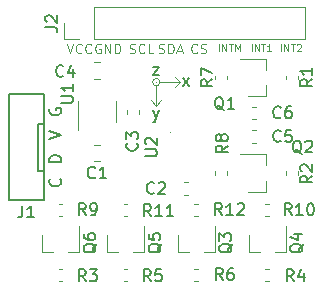
<source format=gto>
G04 #@! TF.GenerationSoftware,KiCad,Pcbnew,(5.1.2)-1*
G04 #@! TF.CreationDate,2025-02-08T22:23:42+09:00*
G04 #@! TF.ProjectId,ss,73732e6b-6963-4616-945f-706362585858,rev?*
G04 #@! TF.SameCoordinates,Original*
G04 #@! TF.FileFunction,Legend,Top*
G04 #@! TF.FilePolarity,Positive*
%FSLAX46Y46*%
G04 Gerber Fmt 4.6, Leading zero omitted, Abs format (unit mm)*
G04 Created by KiCad (PCBNEW (5.1.2)-1) date 2025-02-08 22:23:42*
%MOMM*%
%LPD*%
G04 APERTURE LIST*
%ADD10C,0.150000*%
%ADD11C,0.120000*%
%ADD12C,3.302000*%
%ADD13R,0.248000X0.273000*%
%ADD14R,0.273000X0.248000*%
%ADD15R,0.752000X1.162000*%
%ADD16C,0.100000*%
%ADD17C,0.977000*%
%ADD18R,0.902000X1.002000*%
%ADD19R,1.002000X0.902000*%
%ADD20O,1.802000X1.802000*%
%ADD21R,1.802000X1.802000*%
%ADD22O,1.902000X1.626000*%
%ADD23C,1.077000*%
G04 APERTURE END LIST*
D10*
X116238095Y-80685714D02*
X116761904Y-80685714D01*
X116238095Y-81352380D01*
X116761904Y-81352380D01*
X116261904Y-84385714D02*
X116500000Y-85052380D01*
X116738095Y-84385714D02*
X116500000Y-85052380D01*
X116404761Y-85290476D01*
X116357142Y-85338095D01*
X116261904Y-85385714D01*
X118738095Y-82352380D02*
X119261904Y-81685714D01*
X118738095Y-81685714D02*
X119261904Y-82352380D01*
D11*
X116500000Y-82000000D02*
X116500000Y-82000000D01*
X116816228Y-82000000D02*
G75*
G03X116816228Y-82000000I-316228J0D01*
G01*
X118500000Y-82000000D02*
X118100000Y-82400000D01*
X118500000Y-82000000D02*
X118100000Y-81600000D01*
X116816227Y-82000000D02*
X118500000Y-82000000D01*
X116500000Y-84000000D02*
X116900000Y-83500000D01*
X116500000Y-84000000D02*
X116100000Y-83500000D01*
X116500000Y-82316227D02*
X116500000Y-84000000D01*
X127071428Y-79371428D02*
X127071428Y-78771428D01*
X127357142Y-79371428D02*
X127357142Y-78771428D01*
X127700000Y-79371428D01*
X127700000Y-78771428D01*
X127900000Y-78771428D02*
X128242857Y-78771428D01*
X128071428Y-79371428D02*
X128071428Y-78771428D01*
X128414285Y-78828571D02*
X128442857Y-78800000D01*
X128500000Y-78771428D01*
X128642857Y-78771428D01*
X128700000Y-78800000D01*
X128728571Y-78828571D01*
X128757142Y-78885714D01*
X128757142Y-78942857D01*
X128728571Y-79028571D01*
X128385714Y-79371428D01*
X128757142Y-79371428D01*
X124571428Y-79371428D02*
X124571428Y-78771428D01*
X124857142Y-79371428D02*
X124857142Y-78771428D01*
X125200000Y-79371428D01*
X125200000Y-78771428D01*
X125400000Y-78771428D02*
X125742857Y-78771428D01*
X125571428Y-79371428D02*
X125571428Y-78771428D01*
X126257142Y-79371428D02*
X125914285Y-79371428D01*
X126085714Y-79371428D02*
X126085714Y-78771428D01*
X126028571Y-78857142D01*
X125971428Y-78914285D01*
X125914285Y-78942857D01*
X121814285Y-79371428D02*
X121814285Y-78771428D01*
X122100000Y-79371428D02*
X122100000Y-78771428D01*
X122442857Y-79371428D01*
X122442857Y-78771428D01*
X122642857Y-78771428D02*
X122985714Y-78771428D01*
X122814285Y-79371428D02*
X122814285Y-78771428D01*
X123185714Y-79371428D02*
X123185714Y-78771428D01*
X123385714Y-79200000D01*
X123585714Y-78771428D01*
X123585714Y-79371428D01*
X119966666Y-79485714D02*
X119928571Y-79523809D01*
X119814285Y-79561904D01*
X119738095Y-79561904D01*
X119623809Y-79523809D01*
X119547619Y-79447619D01*
X119509523Y-79371428D01*
X119471428Y-79219047D01*
X119471428Y-79104761D01*
X119509523Y-78952380D01*
X119547619Y-78876190D01*
X119623809Y-78800000D01*
X119738095Y-78761904D01*
X119814285Y-78761904D01*
X119928571Y-78800000D01*
X119966666Y-78838095D01*
X120271428Y-79523809D02*
X120385714Y-79561904D01*
X120576190Y-79561904D01*
X120652380Y-79523809D01*
X120690476Y-79485714D01*
X120728571Y-79409523D01*
X120728571Y-79333333D01*
X120690476Y-79257142D01*
X120652380Y-79219047D01*
X120576190Y-79180952D01*
X120423809Y-79142857D01*
X120347619Y-79104761D01*
X120309523Y-79066666D01*
X120271428Y-78990476D01*
X120271428Y-78914285D01*
X120309523Y-78838095D01*
X120347619Y-78800000D01*
X120423809Y-78761904D01*
X120614285Y-78761904D01*
X120728571Y-78800000D01*
X116728571Y-79523809D02*
X116842857Y-79561904D01*
X117033333Y-79561904D01*
X117109523Y-79523809D01*
X117147619Y-79485714D01*
X117185714Y-79409523D01*
X117185714Y-79333333D01*
X117147619Y-79257142D01*
X117109523Y-79219047D01*
X117033333Y-79180952D01*
X116880952Y-79142857D01*
X116804761Y-79104761D01*
X116766666Y-79066666D01*
X116728571Y-78990476D01*
X116728571Y-78914285D01*
X116766666Y-78838095D01*
X116804761Y-78800000D01*
X116880952Y-78761904D01*
X117071428Y-78761904D01*
X117185714Y-78800000D01*
X117528571Y-79561904D02*
X117528571Y-78761904D01*
X117719047Y-78761904D01*
X117833333Y-78800000D01*
X117909523Y-78876190D01*
X117947619Y-78952380D01*
X117985714Y-79104761D01*
X117985714Y-79219047D01*
X117947619Y-79371428D01*
X117909523Y-79447619D01*
X117833333Y-79523809D01*
X117719047Y-79561904D01*
X117528571Y-79561904D01*
X118290476Y-79333333D02*
X118671428Y-79333333D01*
X118214285Y-79561904D02*
X118480952Y-78761904D01*
X118747619Y-79561904D01*
X114247619Y-79523809D02*
X114361904Y-79561904D01*
X114552380Y-79561904D01*
X114628571Y-79523809D01*
X114666666Y-79485714D01*
X114704761Y-79409523D01*
X114704761Y-79333333D01*
X114666666Y-79257142D01*
X114628571Y-79219047D01*
X114552380Y-79180952D01*
X114400000Y-79142857D01*
X114323809Y-79104761D01*
X114285714Y-79066666D01*
X114247619Y-78990476D01*
X114247619Y-78914285D01*
X114285714Y-78838095D01*
X114323809Y-78800000D01*
X114400000Y-78761904D01*
X114590476Y-78761904D01*
X114704761Y-78800000D01*
X115504761Y-79485714D02*
X115466666Y-79523809D01*
X115352380Y-79561904D01*
X115276190Y-79561904D01*
X115161904Y-79523809D01*
X115085714Y-79447619D01*
X115047619Y-79371428D01*
X115009523Y-79219047D01*
X115009523Y-79104761D01*
X115047619Y-78952380D01*
X115085714Y-78876190D01*
X115161904Y-78800000D01*
X115276190Y-78761904D01*
X115352380Y-78761904D01*
X115466666Y-78800000D01*
X115504761Y-78838095D01*
X116228571Y-79561904D02*
X115847619Y-79561904D01*
X115847619Y-78761904D01*
X111790476Y-78800000D02*
X111714285Y-78761904D01*
X111600000Y-78761904D01*
X111485714Y-78800000D01*
X111409523Y-78876190D01*
X111371428Y-78952380D01*
X111333333Y-79104761D01*
X111333333Y-79219047D01*
X111371428Y-79371428D01*
X111409523Y-79447619D01*
X111485714Y-79523809D01*
X111600000Y-79561904D01*
X111676190Y-79561904D01*
X111790476Y-79523809D01*
X111828571Y-79485714D01*
X111828571Y-79219047D01*
X111676190Y-79219047D01*
X112171428Y-79561904D02*
X112171428Y-78761904D01*
X112628571Y-79561904D01*
X112628571Y-78761904D01*
X113009523Y-79561904D02*
X113009523Y-78761904D01*
X113200000Y-78761904D01*
X113314285Y-78800000D01*
X113390476Y-78876190D01*
X113428571Y-78952380D01*
X113466666Y-79104761D01*
X113466666Y-79219047D01*
X113428571Y-79371428D01*
X113390476Y-79447619D01*
X113314285Y-79523809D01*
X113200000Y-79561904D01*
X113009523Y-79561904D01*
X108933333Y-78761904D02*
X109200000Y-79561904D01*
X109466666Y-78761904D01*
X110190476Y-79485714D02*
X110152380Y-79523809D01*
X110038095Y-79561904D01*
X109961904Y-79561904D01*
X109847619Y-79523809D01*
X109771428Y-79447619D01*
X109733333Y-79371428D01*
X109695238Y-79219047D01*
X109695238Y-79104761D01*
X109733333Y-78952380D01*
X109771428Y-78876190D01*
X109847619Y-78800000D01*
X109961904Y-78761904D01*
X110038095Y-78761904D01*
X110152380Y-78800000D01*
X110190476Y-78838095D01*
X110990476Y-79485714D02*
X110952380Y-79523809D01*
X110838095Y-79561904D01*
X110761904Y-79561904D01*
X110647619Y-79523809D01*
X110571428Y-79447619D01*
X110533333Y-79371428D01*
X110495238Y-79219047D01*
X110495238Y-79104761D01*
X110533333Y-78952380D01*
X110571428Y-78876190D01*
X110647619Y-78800000D01*
X110761904Y-78761904D01*
X110838095Y-78761904D01*
X110952380Y-78800000D01*
X110990476Y-78838095D01*
X117700000Y-86230000D02*
X117700000Y-86230000D01*
X109890000Y-83600000D02*
X109890000Y-86050000D01*
X113110000Y-85400000D02*
X113110000Y-83600000D01*
X120062779Y-92290000D02*
X119737221Y-92290000D01*
X120062779Y-93310000D02*
X119737221Y-93310000D01*
X114062779Y-92290000D02*
X113737221Y-92290000D01*
X114062779Y-93310000D02*
X113737221Y-93310000D01*
X126062779Y-92290000D02*
X125737221Y-92290000D01*
X126062779Y-93310000D02*
X125737221Y-93310000D01*
X108562779Y-92290000D02*
X108237221Y-92290000D01*
X108562779Y-93310000D02*
X108237221Y-93310000D01*
X121490000Y-89537221D02*
X121490000Y-89862779D01*
X122510000Y-89537221D02*
X122510000Y-89862779D01*
X121490000Y-81437221D02*
X121490000Y-81762779D01*
X122510000Y-81437221D02*
X122510000Y-81762779D01*
X120062779Y-97790000D02*
X119737221Y-97790000D01*
X120062779Y-98810000D02*
X119737221Y-98810000D01*
X114062779Y-97790000D02*
X113737221Y-97790000D01*
X114062779Y-98810000D02*
X113737221Y-98810000D01*
X126062779Y-97790000D02*
X125737221Y-97790000D01*
X126062779Y-98810000D02*
X125737221Y-98810000D01*
X108562779Y-97790000D02*
X108237221Y-97790000D01*
X108562779Y-98810000D02*
X108237221Y-98810000D01*
X127490000Y-89537221D02*
X127490000Y-89862779D01*
X128510000Y-89537221D02*
X128510000Y-89862779D01*
X127490000Y-81437221D02*
X127490000Y-81762779D01*
X128510000Y-81437221D02*
X128510000Y-81762779D01*
X106820000Y-96360000D02*
X106820000Y-94900000D01*
X109980000Y-96360000D02*
X109980000Y-94200000D01*
X109980000Y-96360000D02*
X109050000Y-96360000D01*
X106820000Y-96360000D02*
X107750000Y-96360000D01*
X112320000Y-96360000D02*
X112320000Y-94900000D01*
X115480000Y-96360000D02*
X115480000Y-94200000D01*
X115480000Y-96360000D02*
X114550000Y-96360000D01*
X112320000Y-96360000D02*
X113250000Y-96360000D01*
X124320000Y-96360000D02*
X124320000Y-94900000D01*
X127480000Y-96360000D02*
X127480000Y-94200000D01*
X127480000Y-96360000D02*
X126550000Y-96360000D01*
X124320000Y-96360000D02*
X125250000Y-96360000D01*
X118320000Y-96360000D02*
X118320000Y-94900000D01*
X121480000Y-96360000D02*
X121480000Y-94200000D01*
X121480000Y-96360000D02*
X120550000Y-96360000D01*
X118320000Y-96360000D02*
X119250000Y-96360000D01*
X125760000Y-91280000D02*
X124300000Y-91280000D01*
X125760000Y-88120000D02*
X123600000Y-88120000D01*
X125760000Y-88120000D02*
X125760000Y-89050000D01*
X125760000Y-91280000D02*
X125760000Y-90350000D01*
X125760000Y-83180000D02*
X124300000Y-83180000D01*
X125760000Y-80020000D02*
X123600000Y-80020000D01*
X125760000Y-80020000D02*
X125760000Y-80950000D01*
X125760000Y-83180000D02*
X125760000Y-82250000D01*
X108670000Y-78330000D02*
X108670000Y-77000000D01*
X110000000Y-78330000D02*
X108670000Y-78330000D01*
X111270000Y-78330000D02*
X111270000Y-75670000D01*
X111270000Y-75670000D02*
X129110000Y-75670000D01*
X111270000Y-78330000D02*
X129110000Y-78330000D01*
X129110000Y-78330000D02*
X129110000Y-75670000D01*
D10*
X107000000Y-83000000D02*
X107000000Y-87500000D01*
X104000000Y-83000000D02*
X107000000Y-83000000D01*
X104000000Y-92000000D02*
X104000000Y-83000000D01*
X107000000Y-92000000D02*
X104000000Y-92000000D01*
X107000000Y-87500000D02*
X107000000Y-92000000D01*
X106500000Y-89500000D02*
X107000000Y-89500000D01*
X106500000Y-85500000D02*
X106500000Y-89500000D01*
X107000000Y-85500000D02*
X106500000Y-85500000D01*
D11*
X124637221Y-85110000D02*
X124962779Y-85110000D01*
X124637221Y-84090000D02*
X124962779Y-84090000D01*
X124637221Y-87110000D02*
X124962779Y-87110000D01*
X124637221Y-86090000D02*
X124962779Y-86090000D01*
X111241422Y-81710000D02*
X111758578Y-81710000D01*
X111241422Y-80290000D02*
X111758578Y-80290000D01*
X113990000Y-84337221D02*
X113990000Y-84662779D01*
X115010000Y-84337221D02*
X115010000Y-84662779D01*
X118837221Y-91510000D02*
X119162779Y-91510000D01*
X118837221Y-90490000D02*
X119162779Y-90490000D01*
X111241422Y-88710000D02*
X111758578Y-88710000D01*
X111241422Y-87290000D02*
X111758578Y-87290000D01*
D10*
X115552380Y-88261904D02*
X116361904Y-88261904D01*
X116457142Y-88214285D01*
X116504761Y-88166666D01*
X116552380Y-88071428D01*
X116552380Y-87880952D01*
X116504761Y-87785714D01*
X116457142Y-87738095D01*
X116361904Y-87690476D01*
X115552380Y-87690476D01*
X115647619Y-87261904D02*
X115600000Y-87214285D01*
X115552380Y-87119047D01*
X115552380Y-86880952D01*
X115600000Y-86785714D01*
X115647619Y-86738095D01*
X115742857Y-86690476D01*
X115838095Y-86690476D01*
X115980952Y-86738095D01*
X116552380Y-87309523D01*
X116552380Y-86690476D01*
X108452380Y-83761904D02*
X109261904Y-83761904D01*
X109357142Y-83714285D01*
X109404761Y-83666666D01*
X109452380Y-83571428D01*
X109452380Y-83380952D01*
X109404761Y-83285714D01*
X109357142Y-83238095D01*
X109261904Y-83190476D01*
X108452380Y-83190476D01*
X109452380Y-82190476D02*
X109452380Y-82761904D01*
X109452380Y-82476190D02*
X108452380Y-82476190D01*
X108595238Y-82571428D01*
X108690476Y-82666666D01*
X108738095Y-82761904D01*
X122057142Y-93252380D02*
X121723809Y-92776190D01*
X121485714Y-93252380D02*
X121485714Y-92252380D01*
X121866666Y-92252380D01*
X121961904Y-92300000D01*
X122009523Y-92347619D01*
X122057142Y-92442857D01*
X122057142Y-92585714D01*
X122009523Y-92680952D01*
X121961904Y-92728571D01*
X121866666Y-92776190D01*
X121485714Y-92776190D01*
X123009523Y-93252380D02*
X122438095Y-93252380D01*
X122723809Y-93252380D02*
X122723809Y-92252380D01*
X122628571Y-92395238D01*
X122533333Y-92490476D01*
X122438095Y-92538095D01*
X123390476Y-92347619D02*
X123438095Y-92300000D01*
X123533333Y-92252380D01*
X123771428Y-92252380D01*
X123866666Y-92300000D01*
X123914285Y-92347619D01*
X123961904Y-92442857D01*
X123961904Y-92538095D01*
X123914285Y-92680952D01*
X123342857Y-93252380D01*
X123961904Y-93252380D01*
X116057142Y-93352380D02*
X115723809Y-92876190D01*
X115485714Y-93352380D02*
X115485714Y-92352380D01*
X115866666Y-92352380D01*
X115961904Y-92400000D01*
X116009523Y-92447619D01*
X116057142Y-92542857D01*
X116057142Y-92685714D01*
X116009523Y-92780952D01*
X115961904Y-92828571D01*
X115866666Y-92876190D01*
X115485714Y-92876190D01*
X117009523Y-93352380D02*
X116438095Y-93352380D01*
X116723809Y-93352380D02*
X116723809Y-92352380D01*
X116628571Y-92495238D01*
X116533333Y-92590476D01*
X116438095Y-92638095D01*
X117961904Y-93352380D02*
X117390476Y-93352380D01*
X117676190Y-93352380D02*
X117676190Y-92352380D01*
X117580952Y-92495238D01*
X117485714Y-92590476D01*
X117390476Y-92638095D01*
X127957142Y-93252380D02*
X127623809Y-92776190D01*
X127385714Y-93252380D02*
X127385714Y-92252380D01*
X127766666Y-92252380D01*
X127861904Y-92300000D01*
X127909523Y-92347619D01*
X127957142Y-92442857D01*
X127957142Y-92585714D01*
X127909523Y-92680952D01*
X127861904Y-92728571D01*
X127766666Y-92776190D01*
X127385714Y-92776190D01*
X128909523Y-93252380D02*
X128338095Y-93252380D01*
X128623809Y-93252380D02*
X128623809Y-92252380D01*
X128528571Y-92395238D01*
X128433333Y-92490476D01*
X128338095Y-92538095D01*
X129528571Y-92252380D02*
X129623809Y-92252380D01*
X129719047Y-92300000D01*
X129766666Y-92347619D01*
X129814285Y-92442857D01*
X129861904Y-92633333D01*
X129861904Y-92871428D01*
X129814285Y-93061904D01*
X129766666Y-93157142D01*
X129719047Y-93204761D01*
X129623809Y-93252380D01*
X129528571Y-93252380D01*
X129433333Y-93204761D01*
X129385714Y-93157142D01*
X129338095Y-93061904D01*
X129290476Y-92871428D01*
X129290476Y-92633333D01*
X129338095Y-92442857D01*
X129385714Y-92347619D01*
X129433333Y-92300000D01*
X129528571Y-92252380D01*
X110533333Y-93252380D02*
X110200000Y-92776190D01*
X109961904Y-93252380D02*
X109961904Y-92252380D01*
X110342857Y-92252380D01*
X110438095Y-92300000D01*
X110485714Y-92347619D01*
X110533333Y-92442857D01*
X110533333Y-92585714D01*
X110485714Y-92680952D01*
X110438095Y-92728571D01*
X110342857Y-92776190D01*
X109961904Y-92776190D01*
X111009523Y-93252380D02*
X111200000Y-93252380D01*
X111295238Y-93204761D01*
X111342857Y-93157142D01*
X111438095Y-93014285D01*
X111485714Y-92823809D01*
X111485714Y-92442857D01*
X111438095Y-92347619D01*
X111390476Y-92300000D01*
X111295238Y-92252380D01*
X111104761Y-92252380D01*
X111009523Y-92300000D01*
X110961904Y-92347619D01*
X110914285Y-92442857D01*
X110914285Y-92680952D01*
X110961904Y-92776190D01*
X111009523Y-92823809D01*
X111104761Y-92871428D01*
X111295238Y-92871428D01*
X111390476Y-92823809D01*
X111438095Y-92776190D01*
X111485714Y-92680952D01*
X122552380Y-87366666D02*
X122076190Y-87700000D01*
X122552380Y-87938095D02*
X121552380Y-87938095D01*
X121552380Y-87557142D01*
X121600000Y-87461904D01*
X121647619Y-87414285D01*
X121742857Y-87366666D01*
X121885714Y-87366666D01*
X121980952Y-87414285D01*
X122028571Y-87461904D01*
X122076190Y-87557142D01*
X122076190Y-87938095D01*
X121980952Y-86795238D02*
X121933333Y-86890476D01*
X121885714Y-86938095D01*
X121790476Y-86985714D01*
X121742857Y-86985714D01*
X121647619Y-86938095D01*
X121600000Y-86890476D01*
X121552380Y-86795238D01*
X121552380Y-86604761D01*
X121600000Y-86509523D01*
X121647619Y-86461904D01*
X121742857Y-86414285D01*
X121790476Y-86414285D01*
X121885714Y-86461904D01*
X121933333Y-86509523D01*
X121980952Y-86604761D01*
X121980952Y-86795238D01*
X122028571Y-86890476D01*
X122076190Y-86938095D01*
X122171428Y-86985714D01*
X122361904Y-86985714D01*
X122457142Y-86938095D01*
X122504761Y-86890476D01*
X122552380Y-86795238D01*
X122552380Y-86604761D01*
X122504761Y-86509523D01*
X122457142Y-86461904D01*
X122361904Y-86414285D01*
X122171428Y-86414285D01*
X122076190Y-86461904D01*
X122028571Y-86509523D01*
X121980952Y-86604761D01*
X121252380Y-81766666D02*
X120776190Y-82100000D01*
X121252380Y-82338095D02*
X120252380Y-82338095D01*
X120252380Y-81957142D01*
X120300000Y-81861904D01*
X120347619Y-81814285D01*
X120442857Y-81766666D01*
X120585714Y-81766666D01*
X120680952Y-81814285D01*
X120728571Y-81861904D01*
X120776190Y-81957142D01*
X120776190Y-82338095D01*
X120252380Y-81433333D02*
X120252380Y-80766666D01*
X121252380Y-81195238D01*
X122133333Y-98752380D02*
X121800000Y-98276190D01*
X121561904Y-98752380D02*
X121561904Y-97752380D01*
X121942857Y-97752380D01*
X122038095Y-97800000D01*
X122085714Y-97847619D01*
X122133333Y-97942857D01*
X122133333Y-98085714D01*
X122085714Y-98180952D01*
X122038095Y-98228571D01*
X121942857Y-98276190D01*
X121561904Y-98276190D01*
X122990476Y-97752380D02*
X122800000Y-97752380D01*
X122704761Y-97800000D01*
X122657142Y-97847619D01*
X122561904Y-97990476D01*
X122514285Y-98180952D01*
X122514285Y-98561904D01*
X122561904Y-98657142D01*
X122609523Y-98704761D01*
X122704761Y-98752380D01*
X122895238Y-98752380D01*
X122990476Y-98704761D01*
X123038095Y-98657142D01*
X123085714Y-98561904D01*
X123085714Y-98323809D01*
X123038095Y-98228571D01*
X122990476Y-98180952D01*
X122895238Y-98133333D01*
X122704761Y-98133333D01*
X122609523Y-98180952D01*
X122561904Y-98228571D01*
X122514285Y-98323809D01*
X116033333Y-98852380D02*
X115700000Y-98376190D01*
X115461904Y-98852380D02*
X115461904Y-97852380D01*
X115842857Y-97852380D01*
X115938095Y-97900000D01*
X115985714Y-97947619D01*
X116033333Y-98042857D01*
X116033333Y-98185714D01*
X115985714Y-98280952D01*
X115938095Y-98328571D01*
X115842857Y-98376190D01*
X115461904Y-98376190D01*
X116938095Y-97852380D02*
X116461904Y-97852380D01*
X116414285Y-98328571D01*
X116461904Y-98280952D01*
X116557142Y-98233333D01*
X116795238Y-98233333D01*
X116890476Y-98280952D01*
X116938095Y-98328571D01*
X116985714Y-98423809D01*
X116985714Y-98661904D01*
X116938095Y-98757142D01*
X116890476Y-98804761D01*
X116795238Y-98852380D01*
X116557142Y-98852380D01*
X116461904Y-98804761D01*
X116414285Y-98757142D01*
X128133333Y-98852380D02*
X127800000Y-98376190D01*
X127561904Y-98852380D02*
X127561904Y-97852380D01*
X127942857Y-97852380D01*
X128038095Y-97900000D01*
X128085714Y-97947619D01*
X128133333Y-98042857D01*
X128133333Y-98185714D01*
X128085714Y-98280952D01*
X128038095Y-98328571D01*
X127942857Y-98376190D01*
X127561904Y-98376190D01*
X128990476Y-98185714D02*
X128990476Y-98852380D01*
X128752380Y-97804761D02*
X128514285Y-98519047D01*
X129133333Y-98519047D01*
X110533333Y-98852380D02*
X110200000Y-98376190D01*
X109961904Y-98852380D02*
X109961904Y-97852380D01*
X110342857Y-97852380D01*
X110438095Y-97900000D01*
X110485714Y-97947619D01*
X110533333Y-98042857D01*
X110533333Y-98185714D01*
X110485714Y-98280952D01*
X110438095Y-98328571D01*
X110342857Y-98376190D01*
X109961904Y-98376190D01*
X110866666Y-97852380D02*
X111485714Y-97852380D01*
X111152380Y-98233333D01*
X111295238Y-98233333D01*
X111390476Y-98280952D01*
X111438095Y-98328571D01*
X111485714Y-98423809D01*
X111485714Y-98661904D01*
X111438095Y-98757142D01*
X111390476Y-98804761D01*
X111295238Y-98852380D01*
X111009523Y-98852380D01*
X110914285Y-98804761D01*
X110866666Y-98757142D01*
X129712380Y-89906666D02*
X129236190Y-90240000D01*
X129712380Y-90478095D02*
X128712380Y-90478095D01*
X128712380Y-90097142D01*
X128760000Y-90001904D01*
X128807619Y-89954285D01*
X128902857Y-89906666D01*
X129045714Y-89906666D01*
X129140952Y-89954285D01*
X129188571Y-90001904D01*
X129236190Y-90097142D01*
X129236190Y-90478095D01*
X128807619Y-89525714D02*
X128760000Y-89478095D01*
X128712380Y-89382857D01*
X128712380Y-89144761D01*
X128760000Y-89049523D01*
X128807619Y-89001904D01*
X128902857Y-88954285D01*
X128998095Y-88954285D01*
X129140952Y-89001904D01*
X129712380Y-89573333D01*
X129712380Y-88954285D01*
X129712380Y-81746666D02*
X129236190Y-82080000D01*
X129712380Y-82318095D02*
X128712380Y-82318095D01*
X128712380Y-81937142D01*
X128760000Y-81841904D01*
X128807619Y-81794285D01*
X128902857Y-81746666D01*
X129045714Y-81746666D01*
X129140952Y-81794285D01*
X129188571Y-81841904D01*
X129236190Y-81937142D01*
X129236190Y-82318095D01*
X129712380Y-80794285D02*
X129712380Y-81365714D01*
X129712380Y-81080000D02*
X128712380Y-81080000D01*
X128855238Y-81175238D01*
X128950476Y-81270476D01*
X128998095Y-81365714D01*
X111447619Y-95695238D02*
X111400000Y-95790476D01*
X111304761Y-95885714D01*
X111161904Y-96028571D01*
X111114285Y-96123809D01*
X111114285Y-96219047D01*
X111352380Y-96171428D02*
X111304761Y-96266666D01*
X111209523Y-96361904D01*
X111019047Y-96409523D01*
X110685714Y-96409523D01*
X110495238Y-96361904D01*
X110400000Y-96266666D01*
X110352380Y-96171428D01*
X110352380Y-95980952D01*
X110400000Y-95885714D01*
X110495238Y-95790476D01*
X110685714Y-95742857D01*
X111019047Y-95742857D01*
X111209523Y-95790476D01*
X111304761Y-95885714D01*
X111352380Y-95980952D01*
X111352380Y-96171428D01*
X110352380Y-94885714D02*
X110352380Y-95076190D01*
X110400000Y-95171428D01*
X110447619Y-95219047D01*
X110590476Y-95314285D01*
X110780952Y-95361904D01*
X111161904Y-95361904D01*
X111257142Y-95314285D01*
X111304761Y-95266666D01*
X111352380Y-95171428D01*
X111352380Y-94980952D01*
X111304761Y-94885714D01*
X111257142Y-94838095D01*
X111161904Y-94790476D01*
X110923809Y-94790476D01*
X110828571Y-94838095D01*
X110780952Y-94885714D01*
X110733333Y-94980952D01*
X110733333Y-95171428D01*
X110780952Y-95266666D01*
X110828571Y-95314285D01*
X110923809Y-95361904D01*
X116947619Y-95695238D02*
X116900000Y-95790476D01*
X116804761Y-95885714D01*
X116661904Y-96028571D01*
X116614285Y-96123809D01*
X116614285Y-96219047D01*
X116852380Y-96171428D02*
X116804761Y-96266666D01*
X116709523Y-96361904D01*
X116519047Y-96409523D01*
X116185714Y-96409523D01*
X115995238Y-96361904D01*
X115900000Y-96266666D01*
X115852380Y-96171428D01*
X115852380Y-95980952D01*
X115900000Y-95885714D01*
X115995238Y-95790476D01*
X116185714Y-95742857D01*
X116519047Y-95742857D01*
X116709523Y-95790476D01*
X116804761Y-95885714D01*
X116852380Y-95980952D01*
X116852380Y-96171428D01*
X115852380Y-94838095D02*
X115852380Y-95314285D01*
X116328571Y-95361904D01*
X116280952Y-95314285D01*
X116233333Y-95219047D01*
X116233333Y-94980952D01*
X116280952Y-94885714D01*
X116328571Y-94838095D01*
X116423809Y-94790476D01*
X116661904Y-94790476D01*
X116757142Y-94838095D01*
X116804761Y-94885714D01*
X116852380Y-94980952D01*
X116852380Y-95219047D01*
X116804761Y-95314285D01*
X116757142Y-95361904D01*
X128947619Y-95695238D02*
X128900000Y-95790476D01*
X128804761Y-95885714D01*
X128661904Y-96028571D01*
X128614285Y-96123809D01*
X128614285Y-96219047D01*
X128852380Y-96171428D02*
X128804761Y-96266666D01*
X128709523Y-96361904D01*
X128519047Y-96409523D01*
X128185714Y-96409523D01*
X127995238Y-96361904D01*
X127900000Y-96266666D01*
X127852380Y-96171428D01*
X127852380Y-95980952D01*
X127900000Y-95885714D01*
X127995238Y-95790476D01*
X128185714Y-95742857D01*
X128519047Y-95742857D01*
X128709523Y-95790476D01*
X128804761Y-95885714D01*
X128852380Y-95980952D01*
X128852380Y-96171428D01*
X128185714Y-94885714D02*
X128852380Y-94885714D01*
X127804761Y-95123809D02*
X128519047Y-95361904D01*
X128519047Y-94742857D01*
X122947619Y-95695238D02*
X122900000Y-95790476D01*
X122804761Y-95885714D01*
X122661904Y-96028571D01*
X122614285Y-96123809D01*
X122614285Y-96219047D01*
X122852380Y-96171428D02*
X122804761Y-96266666D01*
X122709523Y-96361904D01*
X122519047Y-96409523D01*
X122185714Y-96409523D01*
X121995238Y-96361904D01*
X121900000Y-96266666D01*
X121852380Y-96171428D01*
X121852380Y-95980952D01*
X121900000Y-95885714D01*
X121995238Y-95790476D01*
X122185714Y-95742857D01*
X122519047Y-95742857D01*
X122709523Y-95790476D01*
X122804761Y-95885714D01*
X122852380Y-95980952D01*
X122852380Y-96171428D01*
X121852380Y-95409523D02*
X121852380Y-94790476D01*
X122233333Y-95123809D01*
X122233333Y-94980952D01*
X122280952Y-94885714D01*
X122328571Y-94838095D01*
X122423809Y-94790476D01*
X122661904Y-94790476D01*
X122757142Y-94838095D01*
X122804761Y-94885714D01*
X122852380Y-94980952D01*
X122852380Y-95266666D01*
X122804761Y-95361904D01*
X122757142Y-95409523D01*
X128804761Y-88047619D02*
X128709523Y-88000000D01*
X128614285Y-87904761D01*
X128471428Y-87761904D01*
X128376190Y-87714285D01*
X128280952Y-87714285D01*
X128328571Y-87952380D02*
X128233333Y-87904761D01*
X128138095Y-87809523D01*
X128090476Y-87619047D01*
X128090476Y-87285714D01*
X128138095Y-87095238D01*
X128233333Y-87000000D01*
X128328571Y-86952380D01*
X128519047Y-86952380D01*
X128614285Y-87000000D01*
X128709523Y-87095238D01*
X128757142Y-87285714D01*
X128757142Y-87619047D01*
X128709523Y-87809523D01*
X128614285Y-87904761D01*
X128519047Y-87952380D01*
X128328571Y-87952380D01*
X129138095Y-87047619D02*
X129185714Y-87000000D01*
X129280952Y-86952380D01*
X129519047Y-86952380D01*
X129614285Y-87000000D01*
X129661904Y-87047619D01*
X129709523Y-87142857D01*
X129709523Y-87238095D01*
X129661904Y-87380952D01*
X129090476Y-87952380D01*
X129709523Y-87952380D01*
X122204761Y-84347619D02*
X122109523Y-84300000D01*
X122014285Y-84204761D01*
X121871428Y-84061904D01*
X121776190Y-84014285D01*
X121680952Y-84014285D01*
X121728571Y-84252380D02*
X121633333Y-84204761D01*
X121538095Y-84109523D01*
X121490476Y-83919047D01*
X121490476Y-83585714D01*
X121538095Y-83395238D01*
X121633333Y-83300000D01*
X121728571Y-83252380D01*
X121919047Y-83252380D01*
X122014285Y-83300000D01*
X122109523Y-83395238D01*
X122157142Y-83585714D01*
X122157142Y-83919047D01*
X122109523Y-84109523D01*
X122014285Y-84204761D01*
X121919047Y-84252380D01*
X121728571Y-84252380D01*
X123109523Y-84252380D02*
X122538095Y-84252380D01*
X122823809Y-84252380D02*
X122823809Y-83252380D01*
X122728571Y-83395238D01*
X122633333Y-83490476D01*
X122538095Y-83538095D01*
X107122380Y-77333333D02*
X107836666Y-77333333D01*
X107979523Y-77380952D01*
X108074761Y-77476190D01*
X108122380Y-77619047D01*
X108122380Y-77714285D01*
X107217619Y-76904761D02*
X107170000Y-76857142D01*
X107122380Y-76761904D01*
X107122380Y-76523809D01*
X107170000Y-76428571D01*
X107217619Y-76380952D01*
X107312857Y-76333333D01*
X107408095Y-76333333D01*
X107550952Y-76380952D01*
X108122380Y-76952380D01*
X108122380Y-76333333D01*
X105166666Y-92452380D02*
X105166666Y-93166666D01*
X105119047Y-93309523D01*
X105023809Y-93404761D01*
X104880952Y-93452380D01*
X104785714Y-93452380D01*
X106166666Y-93452380D02*
X105595238Y-93452380D01*
X105880952Y-93452380D02*
X105880952Y-92452380D01*
X105785714Y-92595238D01*
X105690476Y-92690476D01*
X105595238Y-92738095D01*
X107500000Y-84238095D02*
X107452380Y-84333333D01*
X107452380Y-84476190D01*
X107500000Y-84619047D01*
X107595238Y-84714285D01*
X107690476Y-84761904D01*
X107880952Y-84809523D01*
X108023809Y-84809523D01*
X108214285Y-84761904D01*
X108309523Y-84714285D01*
X108404761Y-84619047D01*
X108452380Y-84476190D01*
X108452380Y-84380952D01*
X108404761Y-84238095D01*
X108357142Y-84190476D01*
X108023809Y-84190476D01*
X108023809Y-84380952D01*
X107452380Y-86833333D02*
X108452380Y-86500000D01*
X107452380Y-86166666D01*
X108452380Y-88761904D02*
X107452380Y-88761904D01*
X107452380Y-88523809D01*
X107500000Y-88380952D01*
X107595238Y-88285714D01*
X107690476Y-88238095D01*
X107880952Y-88190476D01*
X108023809Y-88190476D01*
X108214285Y-88238095D01*
X108309523Y-88285714D01*
X108404761Y-88380952D01*
X108452380Y-88523809D01*
X108452380Y-88761904D01*
X108357142Y-90190476D02*
X108404761Y-90238095D01*
X108452380Y-90380952D01*
X108452380Y-90476190D01*
X108404761Y-90619047D01*
X108309523Y-90714285D01*
X108214285Y-90761904D01*
X108023809Y-90809523D01*
X107880952Y-90809523D01*
X107690476Y-90761904D01*
X107595238Y-90714285D01*
X107500000Y-90619047D01*
X107452380Y-90476190D01*
X107452380Y-90380952D01*
X107500000Y-90238095D01*
X107547619Y-90190476D01*
X127033333Y-84957142D02*
X126985714Y-85004761D01*
X126842857Y-85052380D01*
X126747619Y-85052380D01*
X126604761Y-85004761D01*
X126509523Y-84909523D01*
X126461904Y-84814285D01*
X126414285Y-84623809D01*
X126414285Y-84480952D01*
X126461904Y-84290476D01*
X126509523Y-84195238D01*
X126604761Y-84100000D01*
X126747619Y-84052380D01*
X126842857Y-84052380D01*
X126985714Y-84100000D01*
X127033333Y-84147619D01*
X127890476Y-84052380D02*
X127700000Y-84052380D01*
X127604761Y-84100000D01*
X127557142Y-84147619D01*
X127461904Y-84290476D01*
X127414285Y-84480952D01*
X127414285Y-84861904D01*
X127461904Y-84957142D01*
X127509523Y-85004761D01*
X127604761Y-85052380D01*
X127795238Y-85052380D01*
X127890476Y-85004761D01*
X127938095Y-84957142D01*
X127985714Y-84861904D01*
X127985714Y-84623809D01*
X127938095Y-84528571D01*
X127890476Y-84480952D01*
X127795238Y-84433333D01*
X127604761Y-84433333D01*
X127509523Y-84480952D01*
X127461904Y-84528571D01*
X127414285Y-84623809D01*
X127033333Y-86957142D02*
X126985714Y-87004761D01*
X126842857Y-87052380D01*
X126747619Y-87052380D01*
X126604761Y-87004761D01*
X126509523Y-86909523D01*
X126461904Y-86814285D01*
X126414285Y-86623809D01*
X126414285Y-86480952D01*
X126461904Y-86290476D01*
X126509523Y-86195238D01*
X126604761Y-86100000D01*
X126747619Y-86052380D01*
X126842857Y-86052380D01*
X126985714Y-86100000D01*
X127033333Y-86147619D01*
X127938095Y-86052380D02*
X127461904Y-86052380D01*
X127414285Y-86528571D01*
X127461904Y-86480952D01*
X127557142Y-86433333D01*
X127795238Y-86433333D01*
X127890476Y-86480952D01*
X127938095Y-86528571D01*
X127985714Y-86623809D01*
X127985714Y-86861904D01*
X127938095Y-86957142D01*
X127890476Y-87004761D01*
X127795238Y-87052380D01*
X127557142Y-87052380D01*
X127461904Y-87004761D01*
X127414285Y-86957142D01*
X108633333Y-81457142D02*
X108585714Y-81504761D01*
X108442857Y-81552380D01*
X108347619Y-81552380D01*
X108204761Y-81504761D01*
X108109523Y-81409523D01*
X108061904Y-81314285D01*
X108014285Y-81123809D01*
X108014285Y-80980952D01*
X108061904Y-80790476D01*
X108109523Y-80695238D01*
X108204761Y-80600000D01*
X108347619Y-80552380D01*
X108442857Y-80552380D01*
X108585714Y-80600000D01*
X108633333Y-80647619D01*
X109490476Y-80885714D02*
X109490476Y-81552380D01*
X109252380Y-80504761D02*
X109014285Y-81219047D01*
X109633333Y-81219047D01*
X114857142Y-87166666D02*
X114904761Y-87214285D01*
X114952380Y-87357142D01*
X114952380Y-87452380D01*
X114904761Y-87595238D01*
X114809523Y-87690476D01*
X114714285Y-87738095D01*
X114523809Y-87785714D01*
X114380952Y-87785714D01*
X114190476Y-87738095D01*
X114095238Y-87690476D01*
X114000000Y-87595238D01*
X113952380Y-87452380D01*
X113952380Y-87357142D01*
X114000000Y-87214285D01*
X114047619Y-87166666D01*
X113952380Y-86833333D02*
X113952380Y-86214285D01*
X114333333Y-86547619D01*
X114333333Y-86404761D01*
X114380952Y-86309523D01*
X114428571Y-86261904D01*
X114523809Y-86214285D01*
X114761904Y-86214285D01*
X114857142Y-86261904D01*
X114904761Y-86309523D01*
X114952380Y-86404761D01*
X114952380Y-86690476D01*
X114904761Y-86785714D01*
X114857142Y-86833333D01*
X116333333Y-91357142D02*
X116285714Y-91404761D01*
X116142857Y-91452380D01*
X116047619Y-91452380D01*
X115904761Y-91404761D01*
X115809523Y-91309523D01*
X115761904Y-91214285D01*
X115714285Y-91023809D01*
X115714285Y-90880952D01*
X115761904Y-90690476D01*
X115809523Y-90595238D01*
X115904761Y-90500000D01*
X116047619Y-90452380D01*
X116142857Y-90452380D01*
X116285714Y-90500000D01*
X116333333Y-90547619D01*
X116714285Y-90547619D02*
X116761904Y-90500000D01*
X116857142Y-90452380D01*
X117095238Y-90452380D01*
X117190476Y-90500000D01*
X117238095Y-90547619D01*
X117285714Y-90642857D01*
X117285714Y-90738095D01*
X117238095Y-90880952D01*
X116666666Y-91452380D01*
X117285714Y-91452380D01*
X111333333Y-90057142D02*
X111285714Y-90104761D01*
X111142857Y-90152380D01*
X111047619Y-90152380D01*
X110904761Y-90104761D01*
X110809523Y-90009523D01*
X110761904Y-89914285D01*
X110714285Y-89723809D01*
X110714285Y-89580952D01*
X110761904Y-89390476D01*
X110809523Y-89295238D01*
X110904761Y-89200000D01*
X111047619Y-89152380D01*
X111142857Y-89152380D01*
X111285714Y-89200000D01*
X111333333Y-89247619D01*
X112285714Y-90152380D02*
X111714285Y-90152380D01*
X112000000Y-90152380D02*
X112000000Y-89152380D01*
X111904761Y-89295238D01*
X111809523Y-89390476D01*
X111714285Y-89438095D01*
%LPC*%
D12*
X103000000Y-97000000D03*
X103000000Y-78000000D03*
D13*
X118750000Y-86750000D03*
X119250000Y-86750000D03*
D14*
X119750000Y-86750000D03*
X119750000Y-87250000D03*
X119750000Y-87750000D03*
X119750000Y-88250000D03*
D13*
X119250000Y-88250000D03*
X118750000Y-88250000D03*
D14*
X118250000Y-88250000D03*
X118250000Y-87750000D03*
X118250000Y-87250000D03*
X118250000Y-86750000D03*
D15*
X110550000Y-83400000D03*
X112450000Y-83400000D03*
X112450000Y-85600000D03*
X111500000Y-85600000D03*
X110550000Y-85600000D03*
D16*
G36*
X119380691Y-92275176D02*
G01*
X119404401Y-92278693D01*
X119427652Y-92284517D01*
X119450220Y-92292592D01*
X119471889Y-92302841D01*
X119492448Y-92315164D01*
X119511701Y-92329442D01*
X119529461Y-92345539D01*
X119545558Y-92363299D01*
X119559836Y-92382552D01*
X119572159Y-92403111D01*
X119582408Y-92424780D01*
X119590483Y-92447348D01*
X119596307Y-92470599D01*
X119599824Y-92494309D01*
X119601000Y-92518250D01*
X119601000Y-93081750D01*
X119599824Y-93105691D01*
X119596307Y-93129401D01*
X119590483Y-93152652D01*
X119582408Y-93175220D01*
X119572159Y-93196889D01*
X119559836Y-93217448D01*
X119545558Y-93236701D01*
X119529461Y-93254461D01*
X119511701Y-93270558D01*
X119492448Y-93284836D01*
X119471889Y-93297159D01*
X119450220Y-93307408D01*
X119427652Y-93315483D01*
X119404401Y-93321307D01*
X119380691Y-93324824D01*
X119356750Y-93326000D01*
X118868250Y-93326000D01*
X118844309Y-93324824D01*
X118820599Y-93321307D01*
X118797348Y-93315483D01*
X118774780Y-93307408D01*
X118753111Y-93297159D01*
X118732552Y-93284836D01*
X118713299Y-93270558D01*
X118695539Y-93254461D01*
X118679442Y-93236701D01*
X118665164Y-93217448D01*
X118652841Y-93196889D01*
X118642592Y-93175220D01*
X118634517Y-93152652D01*
X118628693Y-93129401D01*
X118625176Y-93105691D01*
X118624000Y-93081750D01*
X118624000Y-92518250D01*
X118625176Y-92494309D01*
X118628693Y-92470599D01*
X118634517Y-92447348D01*
X118642592Y-92424780D01*
X118652841Y-92403111D01*
X118665164Y-92382552D01*
X118679442Y-92363299D01*
X118695539Y-92345539D01*
X118713299Y-92329442D01*
X118732552Y-92315164D01*
X118753111Y-92302841D01*
X118774780Y-92292592D01*
X118797348Y-92284517D01*
X118820599Y-92278693D01*
X118844309Y-92275176D01*
X118868250Y-92274000D01*
X119356750Y-92274000D01*
X119380691Y-92275176D01*
X119380691Y-92275176D01*
G37*
D17*
X119112500Y-92800000D03*
D16*
G36*
X120955691Y-92275176D02*
G01*
X120979401Y-92278693D01*
X121002652Y-92284517D01*
X121025220Y-92292592D01*
X121046889Y-92302841D01*
X121067448Y-92315164D01*
X121086701Y-92329442D01*
X121104461Y-92345539D01*
X121120558Y-92363299D01*
X121134836Y-92382552D01*
X121147159Y-92403111D01*
X121157408Y-92424780D01*
X121165483Y-92447348D01*
X121171307Y-92470599D01*
X121174824Y-92494309D01*
X121176000Y-92518250D01*
X121176000Y-93081750D01*
X121174824Y-93105691D01*
X121171307Y-93129401D01*
X121165483Y-93152652D01*
X121157408Y-93175220D01*
X121147159Y-93196889D01*
X121134836Y-93217448D01*
X121120558Y-93236701D01*
X121104461Y-93254461D01*
X121086701Y-93270558D01*
X121067448Y-93284836D01*
X121046889Y-93297159D01*
X121025220Y-93307408D01*
X121002652Y-93315483D01*
X120979401Y-93321307D01*
X120955691Y-93324824D01*
X120931750Y-93326000D01*
X120443250Y-93326000D01*
X120419309Y-93324824D01*
X120395599Y-93321307D01*
X120372348Y-93315483D01*
X120349780Y-93307408D01*
X120328111Y-93297159D01*
X120307552Y-93284836D01*
X120288299Y-93270558D01*
X120270539Y-93254461D01*
X120254442Y-93236701D01*
X120240164Y-93217448D01*
X120227841Y-93196889D01*
X120217592Y-93175220D01*
X120209517Y-93152652D01*
X120203693Y-93129401D01*
X120200176Y-93105691D01*
X120199000Y-93081750D01*
X120199000Y-92518250D01*
X120200176Y-92494309D01*
X120203693Y-92470599D01*
X120209517Y-92447348D01*
X120217592Y-92424780D01*
X120227841Y-92403111D01*
X120240164Y-92382552D01*
X120254442Y-92363299D01*
X120270539Y-92345539D01*
X120288299Y-92329442D01*
X120307552Y-92315164D01*
X120328111Y-92302841D01*
X120349780Y-92292592D01*
X120372348Y-92284517D01*
X120395599Y-92278693D01*
X120419309Y-92275176D01*
X120443250Y-92274000D01*
X120931750Y-92274000D01*
X120955691Y-92275176D01*
X120955691Y-92275176D01*
G37*
D17*
X120687500Y-92800000D03*
D16*
G36*
X113380691Y-92275176D02*
G01*
X113404401Y-92278693D01*
X113427652Y-92284517D01*
X113450220Y-92292592D01*
X113471889Y-92302841D01*
X113492448Y-92315164D01*
X113511701Y-92329442D01*
X113529461Y-92345539D01*
X113545558Y-92363299D01*
X113559836Y-92382552D01*
X113572159Y-92403111D01*
X113582408Y-92424780D01*
X113590483Y-92447348D01*
X113596307Y-92470599D01*
X113599824Y-92494309D01*
X113601000Y-92518250D01*
X113601000Y-93081750D01*
X113599824Y-93105691D01*
X113596307Y-93129401D01*
X113590483Y-93152652D01*
X113582408Y-93175220D01*
X113572159Y-93196889D01*
X113559836Y-93217448D01*
X113545558Y-93236701D01*
X113529461Y-93254461D01*
X113511701Y-93270558D01*
X113492448Y-93284836D01*
X113471889Y-93297159D01*
X113450220Y-93307408D01*
X113427652Y-93315483D01*
X113404401Y-93321307D01*
X113380691Y-93324824D01*
X113356750Y-93326000D01*
X112868250Y-93326000D01*
X112844309Y-93324824D01*
X112820599Y-93321307D01*
X112797348Y-93315483D01*
X112774780Y-93307408D01*
X112753111Y-93297159D01*
X112732552Y-93284836D01*
X112713299Y-93270558D01*
X112695539Y-93254461D01*
X112679442Y-93236701D01*
X112665164Y-93217448D01*
X112652841Y-93196889D01*
X112642592Y-93175220D01*
X112634517Y-93152652D01*
X112628693Y-93129401D01*
X112625176Y-93105691D01*
X112624000Y-93081750D01*
X112624000Y-92518250D01*
X112625176Y-92494309D01*
X112628693Y-92470599D01*
X112634517Y-92447348D01*
X112642592Y-92424780D01*
X112652841Y-92403111D01*
X112665164Y-92382552D01*
X112679442Y-92363299D01*
X112695539Y-92345539D01*
X112713299Y-92329442D01*
X112732552Y-92315164D01*
X112753111Y-92302841D01*
X112774780Y-92292592D01*
X112797348Y-92284517D01*
X112820599Y-92278693D01*
X112844309Y-92275176D01*
X112868250Y-92274000D01*
X113356750Y-92274000D01*
X113380691Y-92275176D01*
X113380691Y-92275176D01*
G37*
D17*
X113112500Y-92800000D03*
D16*
G36*
X114955691Y-92275176D02*
G01*
X114979401Y-92278693D01*
X115002652Y-92284517D01*
X115025220Y-92292592D01*
X115046889Y-92302841D01*
X115067448Y-92315164D01*
X115086701Y-92329442D01*
X115104461Y-92345539D01*
X115120558Y-92363299D01*
X115134836Y-92382552D01*
X115147159Y-92403111D01*
X115157408Y-92424780D01*
X115165483Y-92447348D01*
X115171307Y-92470599D01*
X115174824Y-92494309D01*
X115176000Y-92518250D01*
X115176000Y-93081750D01*
X115174824Y-93105691D01*
X115171307Y-93129401D01*
X115165483Y-93152652D01*
X115157408Y-93175220D01*
X115147159Y-93196889D01*
X115134836Y-93217448D01*
X115120558Y-93236701D01*
X115104461Y-93254461D01*
X115086701Y-93270558D01*
X115067448Y-93284836D01*
X115046889Y-93297159D01*
X115025220Y-93307408D01*
X115002652Y-93315483D01*
X114979401Y-93321307D01*
X114955691Y-93324824D01*
X114931750Y-93326000D01*
X114443250Y-93326000D01*
X114419309Y-93324824D01*
X114395599Y-93321307D01*
X114372348Y-93315483D01*
X114349780Y-93307408D01*
X114328111Y-93297159D01*
X114307552Y-93284836D01*
X114288299Y-93270558D01*
X114270539Y-93254461D01*
X114254442Y-93236701D01*
X114240164Y-93217448D01*
X114227841Y-93196889D01*
X114217592Y-93175220D01*
X114209517Y-93152652D01*
X114203693Y-93129401D01*
X114200176Y-93105691D01*
X114199000Y-93081750D01*
X114199000Y-92518250D01*
X114200176Y-92494309D01*
X114203693Y-92470599D01*
X114209517Y-92447348D01*
X114217592Y-92424780D01*
X114227841Y-92403111D01*
X114240164Y-92382552D01*
X114254442Y-92363299D01*
X114270539Y-92345539D01*
X114288299Y-92329442D01*
X114307552Y-92315164D01*
X114328111Y-92302841D01*
X114349780Y-92292592D01*
X114372348Y-92284517D01*
X114395599Y-92278693D01*
X114419309Y-92275176D01*
X114443250Y-92274000D01*
X114931750Y-92274000D01*
X114955691Y-92275176D01*
X114955691Y-92275176D01*
G37*
D17*
X114687500Y-92800000D03*
D16*
G36*
X125380691Y-92275176D02*
G01*
X125404401Y-92278693D01*
X125427652Y-92284517D01*
X125450220Y-92292592D01*
X125471889Y-92302841D01*
X125492448Y-92315164D01*
X125511701Y-92329442D01*
X125529461Y-92345539D01*
X125545558Y-92363299D01*
X125559836Y-92382552D01*
X125572159Y-92403111D01*
X125582408Y-92424780D01*
X125590483Y-92447348D01*
X125596307Y-92470599D01*
X125599824Y-92494309D01*
X125601000Y-92518250D01*
X125601000Y-93081750D01*
X125599824Y-93105691D01*
X125596307Y-93129401D01*
X125590483Y-93152652D01*
X125582408Y-93175220D01*
X125572159Y-93196889D01*
X125559836Y-93217448D01*
X125545558Y-93236701D01*
X125529461Y-93254461D01*
X125511701Y-93270558D01*
X125492448Y-93284836D01*
X125471889Y-93297159D01*
X125450220Y-93307408D01*
X125427652Y-93315483D01*
X125404401Y-93321307D01*
X125380691Y-93324824D01*
X125356750Y-93326000D01*
X124868250Y-93326000D01*
X124844309Y-93324824D01*
X124820599Y-93321307D01*
X124797348Y-93315483D01*
X124774780Y-93307408D01*
X124753111Y-93297159D01*
X124732552Y-93284836D01*
X124713299Y-93270558D01*
X124695539Y-93254461D01*
X124679442Y-93236701D01*
X124665164Y-93217448D01*
X124652841Y-93196889D01*
X124642592Y-93175220D01*
X124634517Y-93152652D01*
X124628693Y-93129401D01*
X124625176Y-93105691D01*
X124624000Y-93081750D01*
X124624000Y-92518250D01*
X124625176Y-92494309D01*
X124628693Y-92470599D01*
X124634517Y-92447348D01*
X124642592Y-92424780D01*
X124652841Y-92403111D01*
X124665164Y-92382552D01*
X124679442Y-92363299D01*
X124695539Y-92345539D01*
X124713299Y-92329442D01*
X124732552Y-92315164D01*
X124753111Y-92302841D01*
X124774780Y-92292592D01*
X124797348Y-92284517D01*
X124820599Y-92278693D01*
X124844309Y-92275176D01*
X124868250Y-92274000D01*
X125356750Y-92274000D01*
X125380691Y-92275176D01*
X125380691Y-92275176D01*
G37*
D17*
X125112500Y-92800000D03*
D16*
G36*
X126955691Y-92275176D02*
G01*
X126979401Y-92278693D01*
X127002652Y-92284517D01*
X127025220Y-92292592D01*
X127046889Y-92302841D01*
X127067448Y-92315164D01*
X127086701Y-92329442D01*
X127104461Y-92345539D01*
X127120558Y-92363299D01*
X127134836Y-92382552D01*
X127147159Y-92403111D01*
X127157408Y-92424780D01*
X127165483Y-92447348D01*
X127171307Y-92470599D01*
X127174824Y-92494309D01*
X127176000Y-92518250D01*
X127176000Y-93081750D01*
X127174824Y-93105691D01*
X127171307Y-93129401D01*
X127165483Y-93152652D01*
X127157408Y-93175220D01*
X127147159Y-93196889D01*
X127134836Y-93217448D01*
X127120558Y-93236701D01*
X127104461Y-93254461D01*
X127086701Y-93270558D01*
X127067448Y-93284836D01*
X127046889Y-93297159D01*
X127025220Y-93307408D01*
X127002652Y-93315483D01*
X126979401Y-93321307D01*
X126955691Y-93324824D01*
X126931750Y-93326000D01*
X126443250Y-93326000D01*
X126419309Y-93324824D01*
X126395599Y-93321307D01*
X126372348Y-93315483D01*
X126349780Y-93307408D01*
X126328111Y-93297159D01*
X126307552Y-93284836D01*
X126288299Y-93270558D01*
X126270539Y-93254461D01*
X126254442Y-93236701D01*
X126240164Y-93217448D01*
X126227841Y-93196889D01*
X126217592Y-93175220D01*
X126209517Y-93152652D01*
X126203693Y-93129401D01*
X126200176Y-93105691D01*
X126199000Y-93081750D01*
X126199000Y-92518250D01*
X126200176Y-92494309D01*
X126203693Y-92470599D01*
X126209517Y-92447348D01*
X126217592Y-92424780D01*
X126227841Y-92403111D01*
X126240164Y-92382552D01*
X126254442Y-92363299D01*
X126270539Y-92345539D01*
X126288299Y-92329442D01*
X126307552Y-92315164D01*
X126328111Y-92302841D01*
X126349780Y-92292592D01*
X126372348Y-92284517D01*
X126395599Y-92278693D01*
X126419309Y-92275176D01*
X126443250Y-92274000D01*
X126931750Y-92274000D01*
X126955691Y-92275176D01*
X126955691Y-92275176D01*
G37*
D17*
X126687500Y-92800000D03*
D16*
G36*
X107880691Y-92275176D02*
G01*
X107904401Y-92278693D01*
X107927652Y-92284517D01*
X107950220Y-92292592D01*
X107971889Y-92302841D01*
X107992448Y-92315164D01*
X108011701Y-92329442D01*
X108029461Y-92345539D01*
X108045558Y-92363299D01*
X108059836Y-92382552D01*
X108072159Y-92403111D01*
X108082408Y-92424780D01*
X108090483Y-92447348D01*
X108096307Y-92470599D01*
X108099824Y-92494309D01*
X108101000Y-92518250D01*
X108101000Y-93081750D01*
X108099824Y-93105691D01*
X108096307Y-93129401D01*
X108090483Y-93152652D01*
X108082408Y-93175220D01*
X108072159Y-93196889D01*
X108059836Y-93217448D01*
X108045558Y-93236701D01*
X108029461Y-93254461D01*
X108011701Y-93270558D01*
X107992448Y-93284836D01*
X107971889Y-93297159D01*
X107950220Y-93307408D01*
X107927652Y-93315483D01*
X107904401Y-93321307D01*
X107880691Y-93324824D01*
X107856750Y-93326000D01*
X107368250Y-93326000D01*
X107344309Y-93324824D01*
X107320599Y-93321307D01*
X107297348Y-93315483D01*
X107274780Y-93307408D01*
X107253111Y-93297159D01*
X107232552Y-93284836D01*
X107213299Y-93270558D01*
X107195539Y-93254461D01*
X107179442Y-93236701D01*
X107165164Y-93217448D01*
X107152841Y-93196889D01*
X107142592Y-93175220D01*
X107134517Y-93152652D01*
X107128693Y-93129401D01*
X107125176Y-93105691D01*
X107124000Y-93081750D01*
X107124000Y-92518250D01*
X107125176Y-92494309D01*
X107128693Y-92470599D01*
X107134517Y-92447348D01*
X107142592Y-92424780D01*
X107152841Y-92403111D01*
X107165164Y-92382552D01*
X107179442Y-92363299D01*
X107195539Y-92345539D01*
X107213299Y-92329442D01*
X107232552Y-92315164D01*
X107253111Y-92302841D01*
X107274780Y-92292592D01*
X107297348Y-92284517D01*
X107320599Y-92278693D01*
X107344309Y-92275176D01*
X107368250Y-92274000D01*
X107856750Y-92274000D01*
X107880691Y-92275176D01*
X107880691Y-92275176D01*
G37*
D17*
X107612500Y-92800000D03*
D16*
G36*
X109455691Y-92275176D02*
G01*
X109479401Y-92278693D01*
X109502652Y-92284517D01*
X109525220Y-92292592D01*
X109546889Y-92302841D01*
X109567448Y-92315164D01*
X109586701Y-92329442D01*
X109604461Y-92345539D01*
X109620558Y-92363299D01*
X109634836Y-92382552D01*
X109647159Y-92403111D01*
X109657408Y-92424780D01*
X109665483Y-92447348D01*
X109671307Y-92470599D01*
X109674824Y-92494309D01*
X109676000Y-92518250D01*
X109676000Y-93081750D01*
X109674824Y-93105691D01*
X109671307Y-93129401D01*
X109665483Y-93152652D01*
X109657408Y-93175220D01*
X109647159Y-93196889D01*
X109634836Y-93217448D01*
X109620558Y-93236701D01*
X109604461Y-93254461D01*
X109586701Y-93270558D01*
X109567448Y-93284836D01*
X109546889Y-93297159D01*
X109525220Y-93307408D01*
X109502652Y-93315483D01*
X109479401Y-93321307D01*
X109455691Y-93324824D01*
X109431750Y-93326000D01*
X108943250Y-93326000D01*
X108919309Y-93324824D01*
X108895599Y-93321307D01*
X108872348Y-93315483D01*
X108849780Y-93307408D01*
X108828111Y-93297159D01*
X108807552Y-93284836D01*
X108788299Y-93270558D01*
X108770539Y-93254461D01*
X108754442Y-93236701D01*
X108740164Y-93217448D01*
X108727841Y-93196889D01*
X108717592Y-93175220D01*
X108709517Y-93152652D01*
X108703693Y-93129401D01*
X108700176Y-93105691D01*
X108699000Y-93081750D01*
X108699000Y-92518250D01*
X108700176Y-92494309D01*
X108703693Y-92470599D01*
X108709517Y-92447348D01*
X108717592Y-92424780D01*
X108727841Y-92403111D01*
X108740164Y-92382552D01*
X108754442Y-92363299D01*
X108770539Y-92345539D01*
X108788299Y-92329442D01*
X108807552Y-92315164D01*
X108828111Y-92302841D01*
X108849780Y-92292592D01*
X108872348Y-92284517D01*
X108895599Y-92278693D01*
X108919309Y-92275176D01*
X108943250Y-92274000D01*
X109431750Y-92274000D01*
X109455691Y-92275176D01*
X109455691Y-92275176D01*
G37*
D17*
X109187500Y-92800000D03*
D16*
G36*
X122305691Y-90000176D02*
G01*
X122329401Y-90003693D01*
X122352652Y-90009517D01*
X122375220Y-90017592D01*
X122396889Y-90027841D01*
X122417448Y-90040164D01*
X122436701Y-90054442D01*
X122454461Y-90070539D01*
X122470558Y-90088299D01*
X122484836Y-90107552D01*
X122497159Y-90128111D01*
X122507408Y-90149780D01*
X122515483Y-90172348D01*
X122521307Y-90195599D01*
X122524824Y-90219309D01*
X122526000Y-90243250D01*
X122526000Y-90731750D01*
X122524824Y-90755691D01*
X122521307Y-90779401D01*
X122515483Y-90802652D01*
X122507408Y-90825220D01*
X122497159Y-90846889D01*
X122484836Y-90867448D01*
X122470558Y-90886701D01*
X122454461Y-90904461D01*
X122436701Y-90920558D01*
X122417448Y-90934836D01*
X122396889Y-90947159D01*
X122375220Y-90957408D01*
X122352652Y-90965483D01*
X122329401Y-90971307D01*
X122305691Y-90974824D01*
X122281750Y-90976000D01*
X121718250Y-90976000D01*
X121694309Y-90974824D01*
X121670599Y-90971307D01*
X121647348Y-90965483D01*
X121624780Y-90957408D01*
X121603111Y-90947159D01*
X121582552Y-90934836D01*
X121563299Y-90920558D01*
X121545539Y-90904461D01*
X121529442Y-90886701D01*
X121515164Y-90867448D01*
X121502841Y-90846889D01*
X121492592Y-90825220D01*
X121484517Y-90802652D01*
X121478693Y-90779401D01*
X121475176Y-90755691D01*
X121474000Y-90731750D01*
X121474000Y-90243250D01*
X121475176Y-90219309D01*
X121478693Y-90195599D01*
X121484517Y-90172348D01*
X121492592Y-90149780D01*
X121502841Y-90128111D01*
X121515164Y-90107552D01*
X121529442Y-90088299D01*
X121545539Y-90070539D01*
X121563299Y-90054442D01*
X121582552Y-90040164D01*
X121603111Y-90027841D01*
X121624780Y-90017592D01*
X121647348Y-90009517D01*
X121670599Y-90003693D01*
X121694309Y-90000176D01*
X121718250Y-89999000D01*
X122281750Y-89999000D01*
X122305691Y-90000176D01*
X122305691Y-90000176D01*
G37*
D17*
X122000000Y-90487500D03*
D16*
G36*
X122305691Y-88425176D02*
G01*
X122329401Y-88428693D01*
X122352652Y-88434517D01*
X122375220Y-88442592D01*
X122396889Y-88452841D01*
X122417448Y-88465164D01*
X122436701Y-88479442D01*
X122454461Y-88495539D01*
X122470558Y-88513299D01*
X122484836Y-88532552D01*
X122497159Y-88553111D01*
X122507408Y-88574780D01*
X122515483Y-88597348D01*
X122521307Y-88620599D01*
X122524824Y-88644309D01*
X122526000Y-88668250D01*
X122526000Y-89156750D01*
X122524824Y-89180691D01*
X122521307Y-89204401D01*
X122515483Y-89227652D01*
X122507408Y-89250220D01*
X122497159Y-89271889D01*
X122484836Y-89292448D01*
X122470558Y-89311701D01*
X122454461Y-89329461D01*
X122436701Y-89345558D01*
X122417448Y-89359836D01*
X122396889Y-89372159D01*
X122375220Y-89382408D01*
X122352652Y-89390483D01*
X122329401Y-89396307D01*
X122305691Y-89399824D01*
X122281750Y-89401000D01*
X121718250Y-89401000D01*
X121694309Y-89399824D01*
X121670599Y-89396307D01*
X121647348Y-89390483D01*
X121624780Y-89382408D01*
X121603111Y-89372159D01*
X121582552Y-89359836D01*
X121563299Y-89345558D01*
X121545539Y-89329461D01*
X121529442Y-89311701D01*
X121515164Y-89292448D01*
X121502841Y-89271889D01*
X121492592Y-89250220D01*
X121484517Y-89227652D01*
X121478693Y-89204401D01*
X121475176Y-89180691D01*
X121474000Y-89156750D01*
X121474000Y-88668250D01*
X121475176Y-88644309D01*
X121478693Y-88620599D01*
X121484517Y-88597348D01*
X121492592Y-88574780D01*
X121502841Y-88553111D01*
X121515164Y-88532552D01*
X121529442Y-88513299D01*
X121545539Y-88495539D01*
X121563299Y-88479442D01*
X121582552Y-88465164D01*
X121603111Y-88452841D01*
X121624780Y-88442592D01*
X121647348Y-88434517D01*
X121670599Y-88428693D01*
X121694309Y-88425176D01*
X121718250Y-88424000D01*
X122281750Y-88424000D01*
X122305691Y-88425176D01*
X122305691Y-88425176D01*
G37*
D17*
X122000000Y-88912500D03*
D16*
G36*
X122305691Y-81900176D02*
G01*
X122329401Y-81903693D01*
X122352652Y-81909517D01*
X122375220Y-81917592D01*
X122396889Y-81927841D01*
X122417448Y-81940164D01*
X122436701Y-81954442D01*
X122454461Y-81970539D01*
X122470558Y-81988299D01*
X122484836Y-82007552D01*
X122497159Y-82028111D01*
X122507408Y-82049780D01*
X122515483Y-82072348D01*
X122521307Y-82095599D01*
X122524824Y-82119309D01*
X122526000Y-82143250D01*
X122526000Y-82631750D01*
X122524824Y-82655691D01*
X122521307Y-82679401D01*
X122515483Y-82702652D01*
X122507408Y-82725220D01*
X122497159Y-82746889D01*
X122484836Y-82767448D01*
X122470558Y-82786701D01*
X122454461Y-82804461D01*
X122436701Y-82820558D01*
X122417448Y-82834836D01*
X122396889Y-82847159D01*
X122375220Y-82857408D01*
X122352652Y-82865483D01*
X122329401Y-82871307D01*
X122305691Y-82874824D01*
X122281750Y-82876000D01*
X121718250Y-82876000D01*
X121694309Y-82874824D01*
X121670599Y-82871307D01*
X121647348Y-82865483D01*
X121624780Y-82857408D01*
X121603111Y-82847159D01*
X121582552Y-82834836D01*
X121563299Y-82820558D01*
X121545539Y-82804461D01*
X121529442Y-82786701D01*
X121515164Y-82767448D01*
X121502841Y-82746889D01*
X121492592Y-82725220D01*
X121484517Y-82702652D01*
X121478693Y-82679401D01*
X121475176Y-82655691D01*
X121474000Y-82631750D01*
X121474000Y-82143250D01*
X121475176Y-82119309D01*
X121478693Y-82095599D01*
X121484517Y-82072348D01*
X121492592Y-82049780D01*
X121502841Y-82028111D01*
X121515164Y-82007552D01*
X121529442Y-81988299D01*
X121545539Y-81970539D01*
X121563299Y-81954442D01*
X121582552Y-81940164D01*
X121603111Y-81927841D01*
X121624780Y-81917592D01*
X121647348Y-81909517D01*
X121670599Y-81903693D01*
X121694309Y-81900176D01*
X121718250Y-81899000D01*
X122281750Y-81899000D01*
X122305691Y-81900176D01*
X122305691Y-81900176D01*
G37*
D17*
X122000000Y-82387500D03*
D16*
G36*
X122305691Y-80325176D02*
G01*
X122329401Y-80328693D01*
X122352652Y-80334517D01*
X122375220Y-80342592D01*
X122396889Y-80352841D01*
X122417448Y-80365164D01*
X122436701Y-80379442D01*
X122454461Y-80395539D01*
X122470558Y-80413299D01*
X122484836Y-80432552D01*
X122497159Y-80453111D01*
X122507408Y-80474780D01*
X122515483Y-80497348D01*
X122521307Y-80520599D01*
X122524824Y-80544309D01*
X122526000Y-80568250D01*
X122526000Y-81056750D01*
X122524824Y-81080691D01*
X122521307Y-81104401D01*
X122515483Y-81127652D01*
X122507408Y-81150220D01*
X122497159Y-81171889D01*
X122484836Y-81192448D01*
X122470558Y-81211701D01*
X122454461Y-81229461D01*
X122436701Y-81245558D01*
X122417448Y-81259836D01*
X122396889Y-81272159D01*
X122375220Y-81282408D01*
X122352652Y-81290483D01*
X122329401Y-81296307D01*
X122305691Y-81299824D01*
X122281750Y-81301000D01*
X121718250Y-81301000D01*
X121694309Y-81299824D01*
X121670599Y-81296307D01*
X121647348Y-81290483D01*
X121624780Y-81282408D01*
X121603111Y-81272159D01*
X121582552Y-81259836D01*
X121563299Y-81245558D01*
X121545539Y-81229461D01*
X121529442Y-81211701D01*
X121515164Y-81192448D01*
X121502841Y-81171889D01*
X121492592Y-81150220D01*
X121484517Y-81127652D01*
X121478693Y-81104401D01*
X121475176Y-81080691D01*
X121474000Y-81056750D01*
X121474000Y-80568250D01*
X121475176Y-80544309D01*
X121478693Y-80520599D01*
X121484517Y-80497348D01*
X121492592Y-80474780D01*
X121502841Y-80453111D01*
X121515164Y-80432552D01*
X121529442Y-80413299D01*
X121545539Y-80395539D01*
X121563299Y-80379442D01*
X121582552Y-80365164D01*
X121603111Y-80352841D01*
X121624780Y-80342592D01*
X121647348Y-80334517D01*
X121670599Y-80328693D01*
X121694309Y-80325176D01*
X121718250Y-80324000D01*
X122281750Y-80324000D01*
X122305691Y-80325176D01*
X122305691Y-80325176D01*
G37*
D17*
X122000000Y-80812500D03*
D16*
G36*
X119380691Y-97775176D02*
G01*
X119404401Y-97778693D01*
X119427652Y-97784517D01*
X119450220Y-97792592D01*
X119471889Y-97802841D01*
X119492448Y-97815164D01*
X119511701Y-97829442D01*
X119529461Y-97845539D01*
X119545558Y-97863299D01*
X119559836Y-97882552D01*
X119572159Y-97903111D01*
X119582408Y-97924780D01*
X119590483Y-97947348D01*
X119596307Y-97970599D01*
X119599824Y-97994309D01*
X119601000Y-98018250D01*
X119601000Y-98581750D01*
X119599824Y-98605691D01*
X119596307Y-98629401D01*
X119590483Y-98652652D01*
X119582408Y-98675220D01*
X119572159Y-98696889D01*
X119559836Y-98717448D01*
X119545558Y-98736701D01*
X119529461Y-98754461D01*
X119511701Y-98770558D01*
X119492448Y-98784836D01*
X119471889Y-98797159D01*
X119450220Y-98807408D01*
X119427652Y-98815483D01*
X119404401Y-98821307D01*
X119380691Y-98824824D01*
X119356750Y-98826000D01*
X118868250Y-98826000D01*
X118844309Y-98824824D01*
X118820599Y-98821307D01*
X118797348Y-98815483D01*
X118774780Y-98807408D01*
X118753111Y-98797159D01*
X118732552Y-98784836D01*
X118713299Y-98770558D01*
X118695539Y-98754461D01*
X118679442Y-98736701D01*
X118665164Y-98717448D01*
X118652841Y-98696889D01*
X118642592Y-98675220D01*
X118634517Y-98652652D01*
X118628693Y-98629401D01*
X118625176Y-98605691D01*
X118624000Y-98581750D01*
X118624000Y-98018250D01*
X118625176Y-97994309D01*
X118628693Y-97970599D01*
X118634517Y-97947348D01*
X118642592Y-97924780D01*
X118652841Y-97903111D01*
X118665164Y-97882552D01*
X118679442Y-97863299D01*
X118695539Y-97845539D01*
X118713299Y-97829442D01*
X118732552Y-97815164D01*
X118753111Y-97802841D01*
X118774780Y-97792592D01*
X118797348Y-97784517D01*
X118820599Y-97778693D01*
X118844309Y-97775176D01*
X118868250Y-97774000D01*
X119356750Y-97774000D01*
X119380691Y-97775176D01*
X119380691Y-97775176D01*
G37*
D17*
X119112500Y-98300000D03*
D16*
G36*
X120955691Y-97775176D02*
G01*
X120979401Y-97778693D01*
X121002652Y-97784517D01*
X121025220Y-97792592D01*
X121046889Y-97802841D01*
X121067448Y-97815164D01*
X121086701Y-97829442D01*
X121104461Y-97845539D01*
X121120558Y-97863299D01*
X121134836Y-97882552D01*
X121147159Y-97903111D01*
X121157408Y-97924780D01*
X121165483Y-97947348D01*
X121171307Y-97970599D01*
X121174824Y-97994309D01*
X121176000Y-98018250D01*
X121176000Y-98581750D01*
X121174824Y-98605691D01*
X121171307Y-98629401D01*
X121165483Y-98652652D01*
X121157408Y-98675220D01*
X121147159Y-98696889D01*
X121134836Y-98717448D01*
X121120558Y-98736701D01*
X121104461Y-98754461D01*
X121086701Y-98770558D01*
X121067448Y-98784836D01*
X121046889Y-98797159D01*
X121025220Y-98807408D01*
X121002652Y-98815483D01*
X120979401Y-98821307D01*
X120955691Y-98824824D01*
X120931750Y-98826000D01*
X120443250Y-98826000D01*
X120419309Y-98824824D01*
X120395599Y-98821307D01*
X120372348Y-98815483D01*
X120349780Y-98807408D01*
X120328111Y-98797159D01*
X120307552Y-98784836D01*
X120288299Y-98770558D01*
X120270539Y-98754461D01*
X120254442Y-98736701D01*
X120240164Y-98717448D01*
X120227841Y-98696889D01*
X120217592Y-98675220D01*
X120209517Y-98652652D01*
X120203693Y-98629401D01*
X120200176Y-98605691D01*
X120199000Y-98581750D01*
X120199000Y-98018250D01*
X120200176Y-97994309D01*
X120203693Y-97970599D01*
X120209517Y-97947348D01*
X120217592Y-97924780D01*
X120227841Y-97903111D01*
X120240164Y-97882552D01*
X120254442Y-97863299D01*
X120270539Y-97845539D01*
X120288299Y-97829442D01*
X120307552Y-97815164D01*
X120328111Y-97802841D01*
X120349780Y-97792592D01*
X120372348Y-97784517D01*
X120395599Y-97778693D01*
X120419309Y-97775176D01*
X120443250Y-97774000D01*
X120931750Y-97774000D01*
X120955691Y-97775176D01*
X120955691Y-97775176D01*
G37*
D17*
X120687500Y-98300000D03*
D16*
G36*
X113380691Y-97775176D02*
G01*
X113404401Y-97778693D01*
X113427652Y-97784517D01*
X113450220Y-97792592D01*
X113471889Y-97802841D01*
X113492448Y-97815164D01*
X113511701Y-97829442D01*
X113529461Y-97845539D01*
X113545558Y-97863299D01*
X113559836Y-97882552D01*
X113572159Y-97903111D01*
X113582408Y-97924780D01*
X113590483Y-97947348D01*
X113596307Y-97970599D01*
X113599824Y-97994309D01*
X113601000Y-98018250D01*
X113601000Y-98581750D01*
X113599824Y-98605691D01*
X113596307Y-98629401D01*
X113590483Y-98652652D01*
X113582408Y-98675220D01*
X113572159Y-98696889D01*
X113559836Y-98717448D01*
X113545558Y-98736701D01*
X113529461Y-98754461D01*
X113511701Y-98770558D01*
X113492448Y-98784836D01*
X113471889Y-98797159D01*
X113450220Y-98807408D01*
X113427652Y-98815483D01*
X113404401Y-98821307D01*
X113380691Y-98824824D01*
X113356750Y-98826000D01*
X112868250Y-98826000D01*
X112844309Y-98824824D01*
X112820599Y-98821307D01*
X112797348Y-98815483D01*
X112774780Y-98807408D01*
X112753111Y-98797159D01*
X112732552Y-98784836D01*
X112713299Y-98770558D01*
X112695539Y-98754461D01*
X112679442Y-98736701D01*
X112665164Y-98717448D01*
X112652841Y-98696889D01*
X112642592Y-98675220D01*
X112634517Y-98652652D01*
X112628693Y-98629401D01*
X112625176Y-98605691D01*
X112624000Y-98581750D01*
X112624000Y-98018250D01*
X112625176Y-97994309D01*
X112628693Y-97970599D01*
X112634517Y-97947348D01*
X112642592Y-97924780D01*
X112652841Y-97903111D01*
X112665164Y-97882552D01*
X112679442Y-97863299D01*
X112695539Y-97845539D01*
X112713299Y-97829442D01*
X112732552Y-97815164D01*
X112753111Y-97802841D01*
X112774780Y-97792592D01*
X112797348Y-97784517D01*
X112820599Y-97778693D01*
X112844309Y-97775176D01*
X112868250Y-97774000D01*
X113356750Y-97774000D01*
X113380691Y-97775176D01*
X113380691Y-97775176D01*
G37*
D17*
X113112500Y-98300000D03*
D16*
G36*
X114955691Y-97775176D02*
G01*
X114979401Y-97778693D01*
X115002652Y-97784517D01*
X115025220Y-97792592D01*
X115046889Y-97802841D01*
X115067448Y-97815164D01*
X115086701Y-97829442D01*
X115104461Y-97845539D01*
X115120558Y-97863299D01*
X115134836Y-97882552D01*
X115147159Y-97903111D01*
X115157408Y-97924780D01*
X115165483Y-97947348D01*
X115171307Y-97970599D01*
X115174824Y-97994309D01*
X115176000Y-98018250D01*
X115176000Y-98581750D01*
X115174824Y-98605691D01*
X115171307Y-98629401D01*
X115165483Y-98652652D01*
X115157408Y-98675220D01*
X115147159Y-98696889D01*
X115134836Y-98717448D01*
X115120558Y-98736701D01*
X115104461Y-98754461D01*
X115086701Y-98770558D01*
X115067448Y-98784836D01*
X115046889Y-98797159D01*
X115025220Y-98807408D01*
X115002652Y-98815483D01*
X114979401Y-98821307D01*
X114955691Y-98824824D01*
X114931750Y-98826000D01*
X114443250Y-98826000D01*
X114419309Y-98824824D01*
X114395599Y-98821307D01*
X114372348Y-98815483D01*
X114349780Y-98807408D01*
X114328111Y-98797159D01*
X114307552Y-98784836D01*
X114288299Y-98770558D01*
X114270539Y-98754461D01*
X114254442Y-98736701D01*
X114240164Y-98717448D01*
X114227841Y-98696889D01*
X114217592Y-98675220D01*
X114209517Y-98652652D01*
X114203693Y-98629401D01*
X114200176Y-98605691D01*
X114199000Y-98581750D01*
X114199000Y-98018250D01*
X114200176Y-97994309D01*
X114203693Y-97970599D01*
X114209517Y-97947348D01*
X114217592Y-97924780D01*
X114227841Y-97903111D01*
X114240164Y-97882552D01*
X114254442Y-97863299D01*
X114270539Y-97845539D01*
X114288299Y-97829442D01*
X114307552Y-97815164D01*
X114328111Y-97802841D01*
X114349780Y-97792592D01*
X114372348Y-97784517D01*
X114395599Y-97778693D01*
X114419309Y-97775176D01*
X114443250Y-97774000D01*
X114931750Y-97774000D01*
X114955691Y-97775176D01*
X114955691Y-97775176D01*
G37*
D17*
X114687500Y-98300000D03*
D16*
G36*
X125380691Y-97775176D02*
G01*
X125404401Y-97778693D01*
X125427652Y-97784517D01*
X125450220Y-97792592D01*
X125471889Y-97802841D01*
X125492448Y-97815164D01*
X125511701Y-97829442D01*
X125529461Y-97845539D01*
X125545558Y-97863299D01*
X125559836Y-97882552D01*
X125572159Y-97903111D01*
X125582408Y-97924780D01*
X125590483Y-97947348D01*
X125596307Y-97970599D01*
X125599824Y-97994309D01*
X125601000Y-98018250D01*
X125601000Y-98581750D01*
X125599824Y-98605691D01*
X125596307Y-98629401D01*
X125590483Y-98652652D01*
X125582408Y-98675220D01*
X125572159Y-98696889D01*
X125559836Y-98717448D01*
X125545558Y-98736701D01*
X125529461Y-98754461D01*
X125511701Y-98770558D01*
X125492448Y-98784836D01*
X125471889Y-98797159D01*
X125450220Y-98807408D01*
X125427652Y-98815483D01*
X125404401Y-98821307D01*
X125380691Y-98824824D01*
X125356750Y-98826000D01*
X124868250Y-98826000D01*
X124844309Y-98824824D01*
X124820599Y-98821307D01*
X124797348Y-98815483D01*
X124774780Y-98807408D01*
X124753111Y-98797159D01*
X124732552Y-98784836D01*
X124713299Y-98770558D01*
X124695539Y-98754461D01*
X124679442Y-98736701D01*
X124665164Y-98717448D01*
X124652841Y-98696889D01*
X124642592Y-98675220D01*
X124634517Y-98652652D01*
X124628693Y-98629401D01*
X124625176Y-98605691D01*
X124624000Y-98581750D01*
X124624000Y-98018250D01*
X124625176Y-97994309D01*
X124628693Y-97970599D01*
X124634517Y-97947348D01*
X124642592Y-97924780D01*
X124652841Y-97903111D01*
X124665164Y-97882552D01*
X124679442Y-97863299D01*
X124695539Y-97845539D01*
X124713299Y-97829442D01*
X124732552Y-97815164D01*
X124753111Y-97802841D01*
X124774780Y-97792592D01*
X124797348Y-97784517D01*
X124820599Y-97778693D01*
X124844309Y-97775176D01*
X124868250Y-97774000D01*
X125356750Y-97774000D01*
X125380691Y-97775176D01*
X125380691Y-97775176D01*
G37*
D17*
X125112500Y-98300000D03*
D16*
G36*
X126955691Y-97775176D02*
G01*
X126979401Y-97778693D01*
X127002652Y-97784517D01*
X127025220Y-97792592D01*
X127046889Y-97802841D01*
X127067448Y-97815164D01*
X127086701Y-97829442D01*
X127104461Y-97845539D01*
X127120558Y-97863299D01*
X127134836Y-97882552D01*
X127147159Y-97903111D01*
X127157408Y-97924780D01*
X127165483Y-97947348D01*
X127171307Y-97970599D01*
X127174824Y-97994309D01*
X127176000Y-98018250D01*
X127176000Y-98581750D01*
X127174824Y-98605691D01*
X127171307Y-98629401D01*
X127165483Y-98652652D01*
X127157408Y-98675220D01*
X127147159Y-98696889D01*
X127134836Y-98717448D01*
X127120558Y-98736701D01*
X127104461Y-98754461D01*
X127086701Y-98770558D01*
X127067448Y-98784836D01*
X127046889Y-98797159D01*
X127025220Y-98807408D01*
X127002652Y-98815483D01*
X126979401Y-98821307D01*
X126955691Y-98824824D01*
X126931750Y-98826000D01*
X126443250Y-98826000D01*
X126419309Y-98824824D01*
X126395599Y-98821307D01*
X126372348Y-98815483D01*
X126349780Y-98807408D01*
X126328111Y-98797159D01*
X126307552Y-98784836D01*
X126288299Y-98770558D01*
X126270539Y-98754461D01*
X126254442Y-98736701D01*
X126240164Y-98717448D01*
X126227841Y-98696889D01*
X126217592Y-98675220D01*
X126209517Y-98652652D01*
X126203693Y-98629401D01*
X126200176Y-98605691D01*
X126199000Y-98581750D01*
X126199000Y-98018250D01*
X126200176Y-97994309D01*
X126203693Y-97970599D01*
X126209517Y-97947348D01*
X126217592Y-97924780D01*
X126227841Y-97903111D01*
X126240164Y-97882552D01*
X126254442Y-97863299D01*
X126270539Y-97845539D01*
X126288299Y-97829442D01*
X126307552Y-97815164D01*
X126328111Y-97802841D01*
X126349780Y-97792592D01*
X126372348Y-97784517D01*
X126395599Y-97778693D01*
X126419309Y-97775176D01*
X126443250Y-97774000D01*
X126931750Y-97774000D01*
X126955691Y-97775176D01*
X126955691Y-97775176D01*
G37*
D17*
X126687500Y-98300000D03*
D16*
G36*
X107880691Y-97775176D02*
G01*
X107904401Y-97778693D01*
X107927652Y-97784517D01*
X107950220Y-97792592D01*
X107971889Y-97802841D01*
X107992448Y-97815164D01*
X108011701Y-97829442D01*
X108029461Y-97845539D01*
X108045558Y-97863299D01*
X108059836Y-97882552D01*
X108072159Y-97903111D01*
X108082408Y-97924780D01*
X108090483Y-97947348D01*
X108096307Y-97970599D01*
X108099824Y-97994309D01*
X108101000Y-98018250D01*
X108101000Y-98581750D01*
X108099824Y-98605691D01*
X108096307Y-98629401D01*
X108090483Y-98652652D01*
X108082408Y-98675220D01*
X108072159Y-98696889D01*
X108059836Y-98717448D01*
X108045558Y-98736701D01*
X108029461Y-98754461D01*
X108011701Y-98770558D01*
X107992448Y-98784836D01*
X107971889Y-98797159D01*
X107950220Y-98807408D01*
X107927652Y-98815483D01*
X107904401Y-98821307D01*
X107880691Y-98824824D01*
X107856750Y-98826000D01*
X107368250Y-98826000D01*
X107344309Y-98824824D01*
X107320599Y-98821307D01*
X107297348Y-98815483D01*
X107274780Y-98807408D01*
X107253111Y-98797159D01*
X107232552Y-98784836D01*
X107213299Y-98770558D01*
X107195539Y-98754461D01*
X107179442Y-98736701D01*
X107165164Y-98717448D01*
X107152841Y-98696889D01*
X107142592Y-98675220D01*
X107134517Y-98652652D01*
X107128693Y-98629401D01*
X107125176Y-98605691D01*
X107124000Y-98581750D01*
X107124000Y-98018250D01*
X107125176Y-97994309D01*
X107128693Y-97970599D01*
X107134517Y-97947348D01*
X107142592Y-97924780D01*
X107152841Y-97903111D01*
X107165164Y-97882552D01*
X107179442Y-97863299D01*
X107195539Y-97845539D01*
X107213299Y-97829442D01*
X107232552Y-97815164D01*
X107253111Y-97802841D01*
X107274780Y-97792592D01*
X107297348Y-97784517D01*
X107320599Y-97778693D01*
X107344309Y-97775176D01*
X107368250Y-97774000D01*
X107856750Y-97774000D01*
X107880691Y-97775176D01*
X107880691Y-97775176D01*
G37*
D17*
X107612500Y-98300000D03*
D16*
G36*
X109455691Y-97775176D02*
G01*
X109479401Y-97778693D01*
X109502652Y-97784517D01*
X109525220Y-97792592D01*
X109546889Y-97802841D01*
X109567448Y-97815164D01*
X109586701Y-97829442D01*
X109604461Y-97845539D01*
X109620558Y-97863299D01*
X109634836Y-97882552D01*
X109647159Y-97903111D01*
X109657408Y-97924780D01*
X109665483Y-97947348D01*
X109671307Y-97970599D01*
X109674824Y-97994309D01*
X109676000Y-98018250D01*
X109676000Y-98581750D01*
X109674824Y-98605691D01*
X109671307Y-98629401D01*
X109665483Y-98652652D01*
X109657408Y-98675220D01*
X109647159Y-98696889D01*
X109634836Y-98717448D01*
X109620558Y-98736701D01*
X109604461Y-98754461D01*
X109586701Y-98770558D01*
X109567448Y-98784836D01*
X109546889Y-98797159D01*
X109525220Y-98807408D01*
X109502652Y-98815483D01*
X109479401Y-98821307D01*
X109455691Y-98824824D01*
X109431750Y-98826000D01*
X108943250Y-98826000D01*
X108919309Y-98824824D01*
X108895599Y-98821307D01*
X108872348Y-98815483D01*
X108849780Y-98807408D01*
X108828111Y-98797159D01*
X108807552Y-98784836D01*
X108788299Y-98770558D01*
X108770539Y-98754461D01*
X108754442Y-98736701D01*
X108740164Y-98717448D01*
X108727841Y-98696889D01*
X108717592Y-98675220D01*
X108709517Y-98652652D01*
X108703693Y-98629401D01*
X108700176Y-98605691D01*
X108699000Y-98581750D01*
X108699000Y-98018250D01*
X108700176Y-97994309D01*
X108703693Y-97970599D01*
X108709517Y-97947348D01*
X108717592Y-97924780D01*
X108727841Y-97903111D01*
X108740164Y-97882552D01*
X108754442Y-97863299D01*
X108770539Y-97845539D01*
X108788299Y-97829442D01*
X108807552Y-97815164D01*
X108828111Y-97802841D01*
X108849780Y-97792592D01*
X108872348Y-97784517D01*
X108895599Y-97778693D01*
X108919309Y-97775176D01*
X108943250Y-97774000D01*
X109431750Y-97774000D01*
X109455691Y-97775176D01*
X109455691Y-97775176D01*
G37*
D17*
X109187500Y-98300000D03*
D16*
G36*
X128305691Y-90000176D02*
G01*
X128329401Y-90003693D01*
X128352652Y-90009517D01*
X128375220Y-90017592D01*
X128396889Y-90027841D01*
X128417448Y-90040164D01*
X128436701Y-90054442D01*
X128454461Y-90070539D01*
X128470558Y-90088299D01*
X128484836Y-90107552D01*
X128497159Y-90128111D01*
X128507408Y-90149780D01*
X128515483Y-90172348D01*
X128521307Y-90195599D01*
X128524824Y-90219309D01*
X128526000Y-90243250D01*
X128526000Y-90731750D01*
X128524824Y-90755691D01*
X128521307Y-90779401D01*
X128515483Y-90802652D01*
X128507408Y-90825220D01*
X128497159Y-90846889D01*
X128484836Y-90867448D01*
X128470558Y-90886701D01*
X128454461Y-90904461D01*
X128436701Y-90920558D01*
X128417448Y-90934836D01*
X128396889Y-90947159D01*
X128375220Y-90957408D01*
X128352652Y-90965483D01*
X128329401Y-90971307D01*
X128305691Y-90974824D01*
X128281750Y-90976000D01*
X127718250Y-90976000D01*
X127694309Y-90974824D01*
X127670599Y-90971307D01*
X127647348Y-90965483D01*
X127624780Y-90957408D01*
X127603111Y-90947159D01*
X127582552Y-90934836D01*
X127563299Y-90920558D01*
X127545539Y-90904461D01*
X127529442Y-90886701D01*
X127515164Y-90867448D01*
X127502841Y-90846889D01*
X127492592Y-90825220D01*
X127484517Y-90802652D01*
X127478693Y-90779401D01*
X127475176Y-90755691D01*
X127474000Y-90731750D01*
X127474000Y-90243250D01*
X127475176Y-90219309D01*
X127478693Y-90195599D01*
X127484517Y-90172348D01*
X127492592Y-90149780D01*
X127502841Y-90128111D01*
X127515164Y-90107552D01*
X127529442Y-90088299D01*
X127545539Y-90070539D01*
X127563299Y-90054442D01*
X127582552Y-90040164D01*
X127603111Y-90027841D01*
X127624780Y-90017592D01*
X127647348Y-90009517D01*
X127670599Y-90003693D01*
X127694309Y-90000176D01*
X127718250Y-89999000D01*
X128281750Y-89999000D01*
X128305691Y-90000176D01*
X128305691Y-90000176D01*
G37*
D17*
X128000000Y-90487500D03*
D16*
G36*
X128305691Y-88425176D02*
G01*
X128329401Y-88428693D01*
X128352652Y-88434517D01*
X128375220Y-88442592D01*
X128396889Y-88452841D01*
X128417448Y-88465164D01*
X128436701Y-88479442D01*
X128454461Y-88495539D01*
X128470558Y-88513299D01*
X128484836Y-88532552D01*
X128497159Y-88553111D01*
X128507408Y-88574780D01*
X128515483Y-88597348D01*
X128521307Y-88620599D01*
X128524824Y-88644309D01*
X128526000Y-88668250D01*
X128526000Y-89156750D01*
X128524824Y-89180691D01*
X128521307Y-89204401D01*
X128515483Y-89227652D01*
X128507408Y-89250220D01*
X128497159Y-89271889D01*
X128484836Y-89292448D01*
X128470558Y-89311701D01*
X128454461Y-89329461D01*
X128436701Y-89345558D01*
X128417448Y-89359836D01*
X128396889Y-89372159D01*
X128375220Y-89382408D01*
X128352652Y-89390483D01*
X128329401Y-89396307D01*
X128305691Y-89399824D01*
X128281750Y-89401000D01*
X127718250Y-89401000D01*
X127694309Y-89399824D01*
X127670599Y-89396307D01*
X127647348Y-89390483D01*
X127624780Y-89382408D01*
X127603111Y-89372159D01*
X127582552Y-89359836D01*
X127563299Y-89345558D01*
X127545539Y-89329461D01*
X127529442Y-89311701D01*
X127515164Y-89292448D01*
X127502841Y-89271889D01*
X127492592Y-89250220D01*
X127484517Y-89227652D01*
X127478693Y-89204401D01*
X127475176Y-89180691D01*
X127474000Y-89156750D01*
X127474000Y-88668250D01*
X127475176Y-88644309D01*
X127478693Y-88620599D01*
X127484517Y-88597348D01*
X127492592Y-88574780D01*
X127502841Y-88553111D01*
X127515164Y-88532552D01*
X127529442Y-88513299D01*
X127545539Y-88495539D01*
X127563299Y-88479442D01*
X127582552Y-88465164D01*
X127603111Y-88452841D01*
X127624780Y-88442592D01*
X127647348Y-88434517D01*
X127670599Y-88428693D01*
X127694309Y-88425176D01*
X127718250Y-88424000D01*
X128281750Y-88424000D01*
X128305691Y-88425176D01*
X128305691Y-88425176D01*
G37*
D17*
X128000000Y-88912500D03*
D16*
G36*
X128305691Y-81900176D02*
G01*
X128329401Y-81903693D01*
X128352652Y-81909517D01*
X128375220Y-81917592D01*
X128396889Y-81927841D01*
X128417448Y-81940164D01*
X128436701Y-81954442D01*
X128454461Y-81970539D01*
X128470558Y-81988299D01*
X128484836Y-82007552D01*
X128497159Y-82028111D01*
X128507408Y-82049780D01*
X128515483Y-82072348D01*
X128521307Y-82095599D01*
X128524824Y-82119309D01*
X128526000Y-82143250D01*
X128526000Y-82631750D01*
X128524824Y-82655691D01*
X128521307Y-82679401D01*
X128515483Y-82702652D01*
X128507408Y-82725220D01*
X128497159Y-82746889D01*
X128484836Y-82767448D01*
X128470558Y-82786701D01*
X128454461Y-82804461D01*
X128436701Y-82820558D01*
X128417448Y-82834836D01*
X128396889Y-82847159D01*
X128375220Y-82857408D01*
X128352652Y-82865483D01*
X128329401Y-82871307D01*
X128305691Y-82874824D01*
X128281750Y-82876000D01*
X127718250Y-82876000D01*
X127694309Y-82874824D01*
X127670599Y-82871307D01*
X127647348Y-82865483D01*
X127624780Y-82857408D01*
X127603111Y-82847159D01*
X127582552Y-82834836D01*
X127563299Y-82820558D01*
X127545539Y-82804461D01*
X127529442Y-82786701D01*
X127515164Y-82767448D01*
X127502841Y-82746889D01*
X127492592Y-82725220D01*
X127484517Y-82702652D01*
X127478693Y-82679401D01*
X127475176Y-82655691D01*
X127474000Y-82631750D01*
X127474000Y-82143250D01*
X127475176Y-82119309D01*
X127478693Y-82095599D01*
X127484517Y-82072348D01*
X127492592Y-82049780D01*
X127502841Y-82028111D01*
X127515164Y-82007552D01*
X127529442Y-81988299D01*
X127545539Y-81970539D01*
X127563299Y-81954442D01*
X127582552Y-81940164D01*
X127603111Y-81927841D01*
X127624780Y-81917592D01*
X127647348Y-81909517D01*
X127670599Y-81903693D01*
X127694309Y-81900176D01*
X127718250Y-81899000D01*
X128281750Y-81899000D01*
X128305691Y-81900176D01*
X128305691Y-81900176D01*
G37*
D17*
X128000000Y-82387500D03*
D16*
G36*
X128305691Y-80325176D02*
G01*
X128329401Y-80328693D01*
X128352652Y-80334517D01*
X128375220Y-80342592D01*
X128396889Y-80352841D01*
X128417448Y-80365164D01*
X128436701Y-80379442D01*
X128454461Y-80395539D01*
X128470558Y-80413299D01*
X128484836Y-80432552D01*
X128497159Y-80453111D01*
X128507408Y-80474780D01*
X128515483Y-80497348D01*
X128521307Y-80520599D01*
X128524824Y-80544309D01*
X128526000Y-80568250D01*
X128526000Y-81056750D01*
X128524824Y-81080691D01*
X128521307Y-81104401D01*
X128515483Y-81127652D01*
X128507408Y-81150220D01*
X128497159Y-81171889D01*
X128484836Y-81192448D01*
X128470558Y-81211701D01*
X128454461Y-81229461D01*
X128436701Y-81245558D01*
X128417448Y-81259836D01*
X128396889Y-81272159D01*
X128375220Y-81282408D01*
X128352652Y-81290483D01*
X128329401Y-81296307D01*
X128305691Y-81299824D01*
X128281750Y-81301000D01*
X127718250Y-81301000D01*
X127694309Y-81299824D01*
X127670599Y-81296307D01*
X127647348Y-81290483D01*
X127624780Y-81282408D01*
X127603111Y-81272159D01*
X127582552Y-81259836D01*
X127563299Y-81245558D01*
X127545539Y-81229461D01*
X127529442Y-81211701D01*
X127515164Y-81192448D01*
X127502841Y-81171889D01*
X127492592Y-81150220D01*
X127484517Y-81127652D01*
X127478693Y-81104401D01*
X127475176Y-81080691D01*
X127474000Y-81056750D01*
X127474000Y-80568250D01*
X127475176Y-80544309D01*
X127478693Y-80520599D01*
X127484517Y-80497348D01*
X127492592Y-80474780D01*
X127502841Y-80453111D01*
X127515164Y-80432552D01*
X127529442Y-80413299D01*
X127545539Y-80395539D01*
X127563299Y-80379442D01*
X127582552Y-80365164D01*
X127603111Y-80352841D01*
X127624780Y-80342592D01*
X127647348Y-80334517D01*
X127670599Y-80328693D01*
X127694309Y-80325176D01*
X127718250Y-80324000D01*
X128281750Y-80324000D01*
X128305691Y-80325176D01*
X128305691Y-80325176D01*
G37*
D17*
X128000000Y-80812500D03*
D18*
X108400000Y-96600000D03*
X107450000Y-94600000D03*
X109350000Y-94600000D03*
X113900000Y-96600000D03*
X112950000Y-94600000D03*
X114850000Y-94600000D03*
X125900000Y-96600000D03*
X124950000Y-94600000D03*
X126850000Y-94600000D03*
X119900000Y-96600000D03*
X118950000Y-94600000D03*
X120850000Y-94600000D03*
D19*
X126000000Y-89700000D03*
X124000000Y-90650000D03*
X124000000Y-88750000D03*
X126000000Y-81600000D03*
X124000000Y-82550000D03*
X124000000Y-80650000D03*
D20*
X127780000Y-77000000D03*
X125240000Y-77000000D03*
X122700000Y-77000000D03*
X120160000Y-77000000D03*
X117620000Y-77000000D03*
X115080000Y-77000000D03*
X112540000Y-77000000D03*
D21*
X110000000Y-77000000D03*
D22*
X105500000Y-84500000D03*
X105500000Y-86500000D03*
X105500000Y-88500000D03*
X105500000Y-90500000D03*
D16*
G36*
X125855691Y-84075176D02*
G01*
X125879401Y-84078693D01*
X125902652Y-84084517D01*
X125925220Y-84092592D01*
X125946889Y-84102841D01*
X125967448Y-84115164D01*
X125986701Y-84129442D01*
X126004461Y-84145539D01*
X126020558Y-84163299D01*
X126034836Y-84182552D01*
X126047159Y-84203111D01*
X126057408Y-84224780D01*
X126065483Y-84247348D01*
X126071307Y-84270599D01*
X126074824Y-84294309D01*
X126076000Y-84318250D01*
X126076000Y-84881750D01*
X126074824Y-84905691D01*
X126071307Y-84929401D01*
X126065483Y-84952652D01*
X126057408Y-84975220D01*
X126047159Y-84996889D01*
X126034836Y-85017448D01*
X126020558Y-85036701D01*
X126004461Y-85054461D01*
X125986701Y-85070558D01*
X125967448Y-85084836D01*
X125946889Y-85097159D01*
X125925220Y-85107408D01*
X125902652Y-85115483D01*
X125879401Y-85121307D01*
X125855691Y-85124824D01*
X125831750Y-85126000D01*
X125343250Y-85126000D01*
X125319309Y-85124824D01*
X125295599Y-85121307D01*
X125272348Y-85115483D01*
X125249780Y-85107408D01*
X125228111Y-85097159D01*
X125207552Y-85084836D01*
X125188299Y-85070558D01*
X125170539Y-85054461D01*
X125154442Y-85036701D01*
X125140164Y-85017448D01*
X125127841Y-84996889D01*
X125117592Y-84975220D01*
X125109517Y-84952652D01*
X125103693Y-84929401D01*
X125100176Y-84905691D01*
X125099000Y-84881750D01*
X125099000Y-84318250D01*
X125100176Y-84294309D01*
X125103693Y-84270599D01*
X125109517Y-84247348D01*
X125117592Y-84224780D01*
X125127841Y-84203111D01*
X125140164Y-84182552D01*
X125154442Y-84163299D01*
X125170539Y-84145539D01*
X125188299Y-84129442D01*
X125207552Y-84115164D01*
X125228111Y-84102841D01*
X125249780Y-84092592D01*
X125272348Y-84084517D01*
X125295599Y-84078693D01*
X125319309Y-84075176D01*
X125343250Y-84074000D01*
X125831750Y-84074000D01*
X125855691Y-84075176D01*
X125855691Y-84075176D01*
G37*
D17*
X125587500Y-84600000D03*
D16*
G36*
X124280691Y-84075176D02*
G01*
X124304401Y-84078693D01*
X124327652Y-84084517D01*
X124350220Y-84092592D01*
X124371889Y-84102841D01*
X124392448Y-84115164D01*
X124411701Y-84129442D01*
X124429461Y-84145539D01*
X124445558Y-84163299D01*
X124459836Y-84182552D01*
X124472159Y-84203111D01*
X124482408Y-84224780D01*
X124490483Y-84247348D01*
X124496307Y-84270599D01*
X124499824Y-84294309D01*
X124501000Y-84318250D01*
X124501000Y-84881750D01*
X124499824Y-84905691D01*
X124496307Y-84929401D01*
X124490483Y-84952652D01*
X124482408Y-84975220D01*
X124472159Y-84996889D01*
X124459836Y-85017448D01*
X124445558Y-85036701D01*
X124429461Y-85054461D01*
X124411701Y-85070558D01*
X124392448Y-85084836D01*
X124371889Y-85097159D01*
X124350220Y-85107408D01*
X124327652Y-85115483D01*
X124304401Y-85121307D01*
X124280691Y-85124824D01*
X124256750Y-85126000D01*
X123768250Y-85126000D01*
X123744309Y-85124824D01*
X123720599Y-85121307D01*
X123697348Y-85115483D01*
X123674780Y-85107408D01*
X123653111Y-85097159D01*
X123632552Y-85084836D01*
X123613299Y-85070558D01*
X123595539Y-85054461D01*
X123579442Y-85036701D01*
X123565164Y-85017448D01*
X123552841Y-84996889D01*
X123542592Y-84975220D01*
X123534517Y-84952652D01*
X123528693Y-84929401D01*
X123525176Y-84905691D01*
X123524000Y-84881750D01*
X123524000Y-84318250D01*
X123525176Y-84294309D01*
X123528693Y-84270599D01*
X123534517Y-84247348D01*
X123542592Y-84224780D01*
X123552841Y-84203111D01*
X123565164Y-84182552D01*
X123579442Y-84163299D01*
X123595539Y-84145539D01*
X123613299Y-84129442D01*
X123632552Y-84115164D01*
X123653111Y-84102841D01*
X123674780Y-84092592D01*
X123697348Y-84084517D01*
X123720599Y-84078693D01*
X123744309Y-84075176D01*
X123768250Y-84074000D01*
X124256750Y-84074000D01*
X124280691Y-84075176D01*
X124280691Y-84075176D01*
G37*
D17*
X124012500Y-84600000D03*
D16*
G36*
X125855691Y-86075176D02*
G01*
X125879401Y-86078693D01*
X125902652Y-86084517D01*
X125925220Y-86092592D01*
X125946889Y-86102841D01*
X125967448Y-86115164D01*
X125986701Y-86129442D01*
X126004461Y-86145539D01*
X126020558Y-86163299D01*
X126034836Y-86182552D01*
X126047159Y-86203111D01*
X126057408Y-86224780D01*
X126065483Y-86247348D01*
X126071307Y-86270599D01*
X126074824Y-86294309D01*
X126076000Y-86318250D01*
X126076000Y-86881750D01*
X126074824Y-86905691D01*
X126071307Y-86929401D01*
X126065483Y-86952652D01*
X126057408Y-86975220D01*
X126047159Y-86996889D01*
X126034836Y-87017448D01*
X126020558Y-87036701D01*
X126004461Y-87054461D01*
X125986701Y-87070558D01*
X125967448Y-87084836D01*
X125946889Y-87097159D01*
X125925220Y-87107408D01*
X125902652Y-87115483D01*
X125879401Y-87121307D01*
X125855691Y-87124824D01*
X125831750Y-87126000D01*
X125343250Y-87126000D01*
X125319309Y-87124824D01*
X125295599Y-87121307D01*
X125272348Y-87115483D01*
X125249780Y-87107408D01*
X125228111Y-87097159D01*
X125207552Y-87084836D01*
X125188299Y-87070558D01*
X125170539Y-87054461D01*
X125154442Y-87036701D01*
X125140164Y-87017448D01*
X125127841Y-86996889D01*
X125117592Y-86975220D01*
X125109517Y-86952652D01*
X125103693Y-86929401D01*
X125100176Y-86905691D01*
X125099000Y-86881750D01*
X125099000Y-86318250D01*
X125100176Y-86294309D01*
X125103693Y-86270599D01*
X125109517Y-86247348D01*
X125117592Y-86224780D01*
X125127841Y-86203111D01*
X125140164Y-86182552D01*
X125154442Y-86163299D01*
X125170539Y-86145539D01*
X125188299Y-86129442D01*
X125207552Y-86115164D01*
X125228111Y-86102841D01*
X125249780Y-86092592D01*
X125272348Y-86084517D01*
X125295599Y-86078693D01*
X125319309Y-86075176D01*
X125343250Y-86074000D01*
X125831750Y-86074000D01*
X125855691Y-86075176D01*
X125855691Y-86075176D01*
G37*
D17*
X125587500Y-86600000D03*
D16*
G36*
X124280691Y-86075176D02*
G01*
X124304401Y-86078693D01*
X124327652Y-86084517D01*
X124350220Y-86092592D01*
X124371889Y-86102841D01*
X124392448Y-86115164D01*
X124411701Y-86129442D01*
X124429461Y-86145539D01*
X124445558Y-86163299D01*
X124459836Y-86182552D01*
X124472159Y-86203111D01*
X124482408Y-86224780D01*
X124490483Y-86247348D01*
X124496307Y-86270599D01*
X124499824Y-86294309D01*
X124501000Y-86318250D01*
X124501000Y-86881750D01*
X124499824Y-86905691D01*
X124496307Y-86929401D01*
X124490483Y-86952652D01*
X124482408Y-86975220D01*
X124472159Y-86996889D01*
X124459836Y-87017448D01*
X124445558Y-87036701D01*
X124429461Y-87054461D01*
X124411701Y-87070558D01*
X124392448Y-87084836D01*
X124371889Y-87097159D01*
X124350220Y-87107408D01*
X124327652Y-87115483D01*
X124304401Y-87121307D01*
X124280691Y-87124824D01*
X124256750Y-87126000D01*
X123768250Y-87126000D01*
X123744309Y-87124824D01*
X123720599Y-87121307D01*
X123697348Y-87115483D01*
X123674780Y-87107408D01*
X123653111Y-87097159D01*
X123632552Y-87084836D01*
X123613299Y-87070558D01*
X123595539Y-87054461D01*
X123579442Y-87036701D01*
X123565164Y-87017448D01*
X123552841Y-86996889D01*
X123542592Y-86975220D01*
X123534517Y-86952652D01*
X123528693Y-86929401D01*
X123525176Y-86905691D01*
X123524000Y-86881750D01*
X123524000Y-86318250D01*
X123525176Y-86294309D01*
X123528693Y-86270599D01*
X123534517Y-86247348D01*
X123542592Y-86224780D01*
X123552841Y-86203111D01*
X123565164Y-86182552D01*
X123579442Y-86163299D01*
X123595539Y-86145539D01*
X123613299Y-86129442D01*
X123632552Y-86115164D01*
X123653111Y-86102841D01*
X123674780Y-86092592D01*
X123697348Y-86084517D01*
X123720599Y-86078693D01*
X123744309Y-86075176D01*
X123768250Y-86074000D01*
X124256750Y-86074000D01*
X124280691Y-86075176D01*
X124280691Y-86075176D01*
G37*
D17*
X124012500Y-86600000D03*
D16*
G36*
X112733141Y-80250297D02*
G01*
X112759278Y-80254174D01*
X112784909Y-80260594D01*
X112809788Y-80269495D01*
X112833674Y-80280793D01*
X112856337Y-80294377D01*
X112877560Y-80310117D01*
X112897139Y-80327861D01*
X112914883Y-80347440D01*
X112930623Y-80368663D01*
X112944207Y-80391326D01*
X112955505Y-80415212D01*
X112964406Y-80440091D01*
X112970826Y-80465722D01*
X112974703Y-80491859D01*
X112976000Y-80518250D01*
X112976000Y-81481750D01*
X112974703Y-81508141D01*
X112970826Y-81534278D01*
X112964406Y-81559909D01*
X112955505Y-81584788D01*
X112944207Y-81608674D01*
X112930623Y-81631337D01*
X112914883Y-81652560D01*
X112897139Y-81672139D01*
X112877560Y-81689883D01*
X112856337Y-81705623D01*
X112833674Y-81719207D01*
X112809788Y-81730505D01*
X112784909Y-81739406D01*
X112759278Y-81745826D01*
X112733141Y-81749703D01*
X112706750Y-81751000D01*
X112168250Y-81751000D01*
X112141859Y-81749703D01*
X112115722Y-81745826D01*
X112090091Y-81739406D01*
X112065212Y-81730505D01*
X112041326Y-81719207D01*
X112018663Y-81705623D01*
X111997440Y-81689883D01*
X111977861Y-81672139D01*
X111960117Y-81652560D01*
X111944377Y-81631337D01*
X111930793Y-81608674D01*
X111919495Y-81584788D01*
X111910594Y-81559909D01*
X111904174Y-81534278D01*
X111900297Y-81508141D01*
X111899000Y-81481750D01*
X111899000Y-80518250D01*
X111900297Y-80491859D01*
X111904174Y-80465722D01*
X111910594Y-80440091D01*
X111919495Y-80415212D01*
X111930793Y-80391326D01*
X111944377Y-80368663D01*
X111960117Y-80347440D01*
X111977861Y-80327861D01*
X111997440Y-80310117D01*
X112018663Y-80294377D01*
X112041326Y-80280793D01*
X112065212Y-80269495D01*
X112090091Y-80260594D01*
X112115722Y-80254174D01*
X112141859Y-80250297D01*
X112168250Y-80249000D01*
X112706750Y-80249000D01*
X112733141Y-80250297D01*
X112733141Y-80250297D01*
G37*
D23*
X112437500Y-81000000D03*
D16*
G36*
X110858141Y-80250297D02*
G01*
X110884278Y-80254174D01*
X110909909Y-80260594D01*
X110934788Y-80269495D01*
X110958674Y-80280793D01*
X110981337Y-80294377D01*
X111002560Y-80310117D01*
X111022139Y-80327861D01*
X111039883Y-80347440D01*
X111055623Y-80368663D01*
X111069207Y-80391326D01*
X111080505Y-80415212D01*
X111089406Y-80440091D01*
X111095826Y-80465722D01*
X111099703Y-80491859D01*
X111101000Y-80518250D01*
X111101000Y-81481750D01*
X111099703Y-81508141D01*
X111095826Y-81534278D01*
X111089406Y-81559909D01*
X111080505Y-81584788D01*
X111069207Y-81608674D01*
X111055623Y-81631337D01*
X111039883Y-81652560D01*
X111022139Y-81672139D01*
X111002560Y-81689883D01*
X110981337Y-81705623D01*
X110958674Y-81719207D01*
X110934788Y-81730505D01*
X110909909Y-81739406D01*
X110884278Y-81745826D01*
X110858141Y-81749703D01*
X110831750Y-81751000D01*
X110293250Y-81751000D01*
X110266859Y-81749703D01*
X110240722Y-81745826D01*
X110215091Y-81739406D01*
X110190212Y-81730505D01*
X110166326Y-81719207D01*
X110143663Y-81705623D01*
X110122440Y-81689883D01*
X110102861Y-81672139D01*
X110085117Y-81652560D01*
X110069377Y-81631337D01*
X110055793Y-81608674D01*
X110044495Y-81584788D01*
X110035594Y-81559909D01*
X110029174Y-81534278D01*
X110025297Y-81508141D01*
X110024000Y-81481750D01*
X110024000Y-80518250D01*
X110025297Y-80491859D01*
X110029174Y-80465722D01*
X110035594Y-80440091D01*
X110044495Y-80415212D01*
X110055793Y-80391326D01*
X110069377Y-80368663D01*
X110085117Y-80347440D01*
X110102861Y-80327861D01*
X110122440Y-80310117D01*
X110143663Y-80294377D01*
X110166326Y-80280793D01*
X110190212Y-80269495D01*
X110215091Y-80260594D01*
X110240722Y-80254174D01*
X110266859Y-80250297D01*
X110293250Y-80249000D01*
X110831750Y-80249000D01*
X110858141Y-80250297D01*
X110858141Y-80250297D01*
G37*
D23*
X110562500Y-81000000D03*
D16*
G36*
X114805691Y-84800176D02*
G01*
X114829401Y-84803693D01*
X114852652Y-84809517D01*
X114875220Y-84817592D01*
X114896889Y-84827841D01*
X114917448Y-84840164D01*
X114936701Y-84854442D01*
X114954461Y-84870539D01*
X114970558Y-84888299D01*
X114984836Y-84907552D01*
X114997159Y-84928111D01*
X115007408Y-84949780D01*
X115015483Y-84972348D01*
X115021307Y-84995599D01*
X115024824Y-85019309D01*
X115026000Y-85043250D01*
X115026000Y-85531750D01*
X115024824Y-85555691D01*
X115021307Y-85579401D01*
X115015483Y-85602652D01*
X115007408Y-85625220D01*
X114997159Y-85646889D01*
X114984836Y-85667448D01*
X114970558Y-85686701D01*
X114954461Y-85704461D01*
X114936701Y-85720558D01*
X114917448Y-85734836D01*
X114896889Y-85747159D01*
X114875220Y-85757408D01*
X114852652Y-85765483D01*
X114829401Y-85771307D01*
X114805691Y-85774824D01*
X114781750Y-85776000D01*
X114218250Y-85776000D01*
X114194309Y-85774824D01*
X114170599Y-85771307D01*
X114147348Y-85765483D01*
X114124780Y-85757408D01*
X114103111Y-85747159D01*
X114082552Y-85734836D01*
X114063299Y-85720558D01*
X114045539Y-85704461D01*
X114029442Y-85686701D01*
X114015164Y-85667448D01*
X114002841Y-85646889D01*
X113992592Y-85625220D01*
X113984517Y-85602652D01*
X113978693Y-85579401D01*
X113975176Y-85555691D01*
X113974000Y-85531750D01*
X113974000Y-85043250D01*
X113975176Y-85019309D01*
X113978693Y-84995599D01*
X113984517Y-84972348D01*
X113992592Y-84949780D01*
X114002841Y-84928111D01*
X114015164Y-84907552D01*
X114029442Y-84888299D01*
X114045539Y-84870539D01*
X114063299Y-84854442D01*
X114082552Y-84840164D01*
X114103111Y-84827841D01*
X114124780Y-84817592D01*
X114147348Y-84809517D01*
X114170599Y-84803693D01*
X114194309Y-84800176D01*
X114218250Y-84799000D01*
X114781750Y-84799000D01*
X114805691Y-84800176D01*
X114805691Y-84800176D01*
G37*
D17*
X114500000Y-85287500D03*
D16*
G36*
X114805691Y-83225176D02*
G01*
X114829401Y-83228693D01*
X114852652Y-83234517D01*
X114875220Y-83242592D01*
X114896889Y-83252841D01*
X114917448Y-83265164D01*
X114936701Y-83279442D01*
X114954461Y-83295539D01*
X114970558Y-83313299D01*
X114984836Y-83332552D01*
X114997159Y-83353111D01*
X115007408Y-83374780D01*
X115015483Y-83397348D01*
X115021307Y-83420599D01*
X115024824Y-83444309D01*
X115026000Y-83468250D01*
X115026000Y-83956750D01*
X115024824Y-83980691D01*
X115021307Y-84004401D01*
X115015483Y-84027652D01*
X115007408Y-84050220D01*
X114997159Y-84071889D01*
X114984836Y-84092448D01*
X114970558Y-84111701D01*
X114954461Y-84129461D01*
X114936701Y-84145558D01*
X114917448Y-84159836D01*
X114896889Y-84172159D01*
X114875220Y-84182408D01*
X114852652Y-84190483D01*
X114829401Y-84196307D01*
X114805691Y-84199824D01*
X114781750Y-84201000D01*
X114218250Y-84201000D01*
X114194309Y-84199824D01*
X114170599Y-84196307D01*
X114147348Y-84190483D01*
X114124780Y-84182408D01*
X114103111Y-84172159D01*
X114082552Y-84159836D01*
X114063299Y-84145558D01*
X114045539Y-84129461D01*
X114029442Y-84111701D01*
X114015164Y-84092448D01*
X114002841Y-84071889D01*
X113992592Y-84050220D01*
X113984517Y-84027652D01*
X113978693Y-84004401D01*
X113975176Y-83980691D01*
X113974000Y-83956750D01*
X113974000Y-83468250D01*
X113975176Y-83444309D01*
X113978693Y-83420599D01*
X113984517Y-83397348D01*
X113992592Y-83374780D01*
X114002841Y-83353111D01*
X114015164Y-83332552D01*
X114029442Y-83313299D01*
X114045539Y-83295539D01*
X114063299Y-83279442D01*
X114082552Y-83265164D01*
X114103111Y-83252841D01*
X114124780Y-83242592D01*
X114147348Y-83234517D01*
X114170599Y-83228693D01*
X114194309Y-83225176D01*
X114218250Y-83224000D01*
X114781750Y-83224000D01*
X114805691Y-83225176D01*
X114805691Y-83225176D01*
G37*
D17*
X114500000Y-83712500D03*
D16*
G36*
X120055691Y-90475176D02*
G01*
X120079401Y-90478693D01*
X120102652Y-90484517D01*
X120125220Y-90492592D01*
X120146889Y-90502841D01*
X120167448Y-90515164D01*
X120186701Y-90529442D01*
X120204461Y-90545539D01*
X120220558Y-90563299D01*
X120234836Y-90582552D01*
X120247159Y-90603111D01*
X120257408Y-90624780D01*
X120265483Y-90647348D01*
X120271307Y-90670599D01*
X120274824Y-90694309D01*
X120276000Y-90718250D01*
X120276000Y-91281750D01*
X120274824Y-91305691D01*
X120271307Y-91329401D01*
X120265483Y-91352652D01*
X120257408Y-91375220D01*
X120247159Y-91396889D01*
X120234836Y-91417448D01*
X120220558Y-91436701D01*
X120204461Y-91454461D01*
X120186701Y-91470558D01*
X120167448Y-91484836D01*
X120146889Y-91497159D01*
X120125220Y-91507408D01*
X120102652Y-91515483D01*
X120079401Y-91521307D01*
X120055691Y-91524824D01*
X120031750Y-91526000D01*
X119543250Y-91526000D01*
X119519309Y-91524824D01*
X119495599Y-91521307D01*
X119472348Y-91515483D01*
X119449780Y-91507408D01*
X119428111Y-91497159D01*
X119407552Y-91484836D01*
X119388299Y-91470558D01*
X119370539Y-91454461D01*
X119354442Y-91436701D01*
X119340164Y-91417448D01*
X119327841Y-91396889D01*
X119317592Y-91375220D01*
X119309517Y-91352652D01*
X119303693Y-91329401D01*
X119300176Y-91305691D01*
X119299000Y-91281750D01*
X119299000Y-90718250D01*
X119300176Y-90694309D01*
X119303693Y-90670599D01*
X119309517Y-90647348D01*
X119317592Y-90624780D01*
X119327841Y-90603111D01*
X119340164Y-90582552D01*
X119354442Y-90563299D01*
X119370539Y-90545539D01*
X119388299Y-90529442D01*
X119407552Y-90515164D01*
X119428111Y-90502841D01*
X119449780Y-90492592D01*
X119472348Y-90484517D01*
X119495599Y-90478693D01*
X119519309Y-90475176D01*
X119543250Y-90474000D01*
X120031750Y-90474000D01*
X120055691Y-90475176D01*
X120055691Y-90475176D01*
G37*
D17*
X119787500Y-91000000D03*
D16*
G36*
X118480691Y-90475176D02*
G01*
X118504401Y-90478693D01*
X118527652Y-90484517D01*
X118550220Y-90492592D01*
X118571889Y-90502841D01*
X118592448Y-90515164D01*
X118611701Y-90529442D01*
X118629461Y-90545539D01*
X118645558Y-90563299D01*
X118659836Y-90582552D01*
X118672159Y-90603111D01*
X118682408Y-90624780D01*
X118690483Y-90647348D01*
X118696307Y-90670599D01*
X118699824Y-90694309D01*
X118701000Y-90718250D01*
X118701000Y-91281750D01*
X118699824Y-91305691D01*
X118696307Y-91329401D01*
X118690483Y-91352652D01*
X118682408Y-91375220D01*
X118672159Y-91396889D01*
X118659836Y-91417448D01*
X118645558Y-91436701D01*
X118629461Y-91454461D01*
X118611701Y-91470558D01*
X118592448Y-91484836D01*
X118571889Y-91497159D01*
X118550220Y-91507408D01*
X118527652Y-91515483D01*
X118504401Y-91521307D01*
X118480691Y-91524824D01*
X118456750Y-91526000D01*
X117968250Y-91526000D01*
X117944309Y-91524824D01*
X117920599Y-91521307D01*
X117897348Y-91515483D01*
X117874780Y-91507408D01*
X117853111Y-91497159D01*
X117832552Y-91484836D01*
X117813299Y-91470558D01*
X117795539Y-91454461D01*
X117779442Y-91436701D01*
X117765164Y-91417448D01*
X117752841Y-91396889D01*
X117742592Y-91375220D01*
X117734517Y-91352652D01*
X117728693Y-91329401D01*
X117725176Y-91305691D01*
X117724000Y-91281750D01*
X117724000Y-90718250D01*
X117725176Y-90694309D01*
X117728693Y-90670599D01*
X117734517Y-90647348D01*
X117742592Y-90624780D01*
X117752841Y-90603111D01*
X117765164Y-90582552D01*
X117779442Y-90563299D01*
X117795539Y-90545539D01*
X117813299Y-90529442D01*
X117832552Y-90515164D01*
X117853111Y-90502841D01*
X117874780Y-90492592D01*
X117897348Y-90484517D01*
X117920599Y-90478693D01*
X117944309Y-90475176D01*
X117968250Y-90474000D01*
X118456750Y-90474000D01*
X118480691Y-90475176D01*
X118480691Y-90475176D01*
G37*
D17*
X118212500Y-91000000D03*
D16*
G36*
X112733141Y-87250297D02*
G01*
X112759278Y-87254174D01*
X112784909Y-87260594D01*
X112809788Y-87269495D01*
X112833674Y-87280793D01*
X112856337Y-87294377D01*
X112877560Y-87310117D01*
X112897139Y-87327861D01*
X112914883Y-87347440D01*
X112930623Y-87368663D01*
X112944207Y-87391326D01*
X112955505Y-87415212D01*
X112964406Y-87440091D01*
X112970826Y-87465722D01*
X112974703Y-87491859D01*
X112976000Y-87518250D01*
X112976000Y-88481750D01*
X112974703Y-88508141D01*
X112970826Y-88534278D01*
X112964406Y-88559909D01*
X112955505Y-88584788D01*
X112944207Y-88608674D01*
X112930623Y-88631337D01*
X112914883Y-88652560D01*
X112897139Y-88672139D01*
X112877560Y-88689883D01*
X112856337Y-88705623D01*
X112833674Y-88719207D01*
X112809788Y-88730505D01*
X112784909Y-88739406D01*
X112759278Y-88745826D01*
X112733141Y-88749703D01*
X112706750Y-88751000D01*
X112168250Y-88751000D01*
X112141859Y-88749703D01*
X112115722Y-88745826D01*
X112090091Y-88739406D01*
X112065212Y-88730505D01*
X112041326Y-88719207D01*
X112018663Y-88705623D01*
X111997440Y-88689883D01*
X111977861Y-88672139D01*
X111960117Y-88652560D01*
X111944377Y-88631337D01*
X111930793Y-88608674D01*
X111919495Y-88584788D01*
X111910594Y-88559909D01*
X111904174Y-88534278D01*
X111900297Y-88508141D01*
X111899000Y-88481750D01*
X111899000Y-87518250D01*
X111900297Y-87491859D01*
X111904174Y-87465722D01*
X111910594Y-87440091D01*
X111919495Y-87415212D01*
X111930793Y-87391326D01*
X111944377Y-87368663D01*
X111960117Y-87347440D01*
X111977861Y-87327861D01*
X111997440Y-87310117D01*
X112018663Y-87294377D01*
X112041326Y-87280793D01*
X112065212Y-87269495D01*
X112090091Y-87260594D01*
X112115722Y-87254174D01*
X112141859Y-87250297D01*
X112168250Y-87249000D01*
X112706750Y-87249000D01*
X112733141Y-87250297D01*
X112733141Y-87250297D01*
G37*
D23*
X112437500Y-88000000D03*
D16*
G36*
X110858141Y-87250297D02*
G01*
X110884278Y-87254174D01*
X110909909Y-87260594D01*
X110934788Y-87269495D01*
X110958674Y-87280793D01*
X110981337Y-87294377D01*
X111002560Y-87310117D01*
X111022139Y-87327861D01*
X111039883Y-87347440D01*
X111055623Y-87368663D01*
X111069207Y-87391326D01*
X111080505Y-87415212D01*
X111089406Y-87440091D01*
X111095826Y-87465722D01*
X111099703Y-87491859D01*
X111101000Y-87518250D01*
X111101000Y-88481750D01*
X111099703Y-88508141D01*
X111095826Y-88534278D01*
X111089406Y-88559909D01*
X111080505Y-88584788D01*
X111069207Y-88608674D01*
X111055623Y-88631337D01*
X111039883Y-88652560D01*
X111022139Y-88672139D01*
X111002560Y-88689883D01*
X110981337Y-88705623D01*
X110958674Y-88719207D01*
X110934788Y-88730505D01*
X110909909Y-88739406D01*
X110884278Y-88745826D01*
X110858141Y-88749703D01*
X110831750Y-88751000D01*
X110293250Y-88751000D01*
X110266859Y-88749703D01*
X110240722Y-88745826D01*
X110215091Y-88739406D01*
X110190212Y-88730505D01*
X110166326Y-88719207D01*
X110143663Y-88705623D01*
X110122440Y-88689883D01*
X110102861Y-88672139D01*
X110085117Y-88652560D01*
X110069377Y-88631337D01*
X110055793Y-88608674D01*
X110044495Y-88584788D01*
X110035594Y-88559909D01*
X110029174Y-88534278D01*
X110025297Y-88508141D01*
X110024000Y-88481750D01*
X110024000Y-87518250D01*
X110025297Y-87491859D01*
X110029174Y-87465722D01*
X110035594Y-87440091D01*
X110044495Y-87415212D01*
X110055793Y-87391326D01*
X110069377Y-87368663D01*
X110085117Y-87347440D01*
X110102861Y-87327861D01*
X110122440Y-87310117D01*
X110143663Y-87294377D01*
X110166326Y-87280793D01*
X110190212Y-87269495D01*
X110215091Y-87260594D01*
X110240722Y-87254174D01*
X110266859Y-87250297D01*
X110293250Y-87249000D01*
X110831750Y-87249000D01*
X110858141Y-87250297D01*
X110858141Y-87250297D01*
G37*
D23*
X110562500Y-88000000D03*
M02*

</source>
